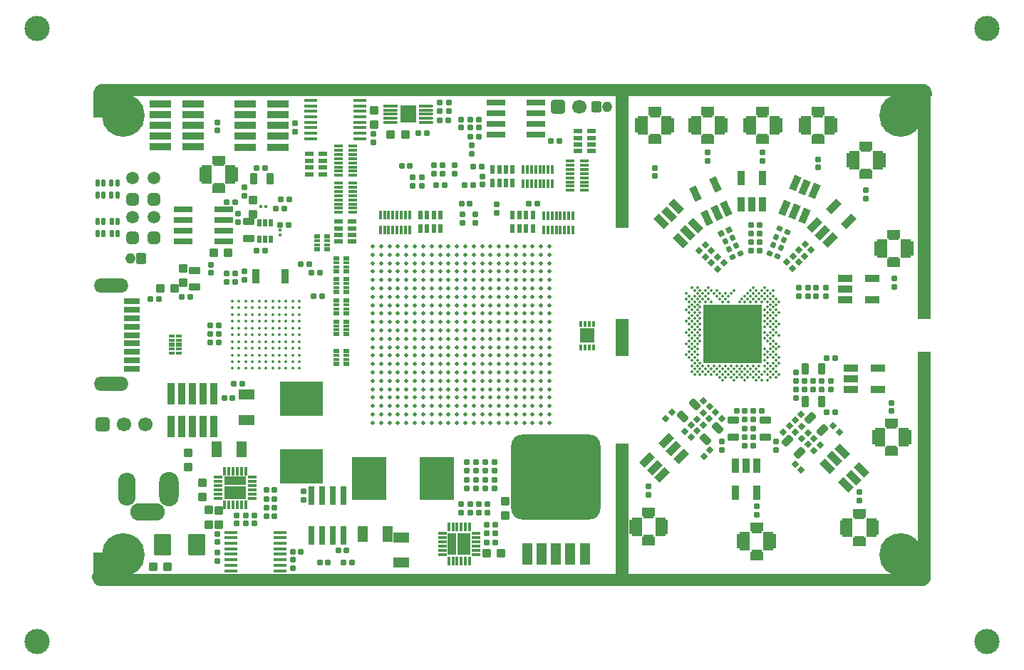
<source format=gts>
G04 Layer_Color=8388736*
%FSLAX44Y44*%
%MOMM*%
G71*
G01*
G75*
%ADD81C,0.3500*%
%ADD108R,7.0000X7.0000*%
%ADD123C,0.5000*%
%ADD171R,1.8500X2.1500*%
G04:AMPARAMS|DCode=172|XSize=0.8mm|YSize=0.5mm|CornerRadius=0.1mm|HoleSize=0mm|Usage=FLASHONLY|Rotation=270.000|XOffset=0mm|YOffset=0mm|HoleType=Round|Shape=RoundedRectangle|*
%AMROUNDEDRECTD172*
21,1,0.8000,0.3000,0,0,270.0*
21,1,0.6000,0.5000,0,0,270.0*
1,1,0.2000,-0.1500,-0.3000*
1,1,0.2000,-0.1500,0.3000*
1,1,0.2000,0.1500,0.3000*
1,1,0.2000,0.1500,-0.3000*
%
%ADD172ROUNDEDRECTD172*%
%ADD173R,1.6500X1.1000*%
%ADD174R,1.3000X1.7000*%
%ADD175R,1.3000X1.3000*%
%ADD176R,1.3000X2.2500*%
G04:AMPARAMS|DCode=177|XSize=0.7mm|YSize=0.7mm|CornerRadius=0.11mm|HoleSize=0mm|Usage=FLASHONLY|Rotation=0.000|XOffset=0mm|YOffset=0mm|HoleType=Round|Shape=RoundedRectangle|*
%AMROUNDEDRECTD177*
21,1,0.7000,0.4800,0,0,0.0*
21,1,0.4800,0.7000,0,0,0.0*
1,1,0.2200,0.2400,-0.2400*
1,1,0.2200,-0.2400,-0.2400*
1,1,0.2200,-0.2400,0.2400*
1,1,0.2200,0.2400,0.2400*
%
%ADD177ROUNDEDRECTD177*%
G04:AMPARAMS|DCode=178|XSize=1.1mm|YSize=1mm|CornerRadius=0.1625mm|HoleSize=0mm|Usage=FLASHONLY|Rotation=0.000|XOffset=0mm|YOffset=0mm|HoleType=Round|Shape=RoundedRectangle|*
%AMROUNDEDRECTD178*
21,1,1.1000,0.6750,0,0,0.0*
21,1,0.7750,1.0000,0,0,0.0*
1,1,0.3250,0.3875,-0.3375*
1,1,0.3250,-0.3875,-0.3375*
1,1,0.3250,-0.3875,0.3375*
1,1,0.3250,0.3875,0.3375*
%
%ADD178ROUNDEDRECTD178*%
G04:AMPARAMS|DCode=179|XSize=1.1mm|YSize=1mm|CornerRadius=0.1625mm|HoleSize=0mm|Usage=FLASHONLY|Rotation=270.000|XOffset=0mm|YOffset=0mm|HoleType=Round|Shape=RoundedRectangle|*
%AMROUNDEDRECTD179*
21,1,1.1000,0.6750,0,0,270.0*
21,1,0.7750,1.0000,0,0,270.0*
1,1,0.3250,-0.3375,-0.3875*
1,1,0.3250,-0.3375,0.3875*
1,1,0.3250,0.3375,0.3875*
1,1,0.3250,0.3375,-0.3875*
%
%ADD179ROUNDEDRECTD179*%
%ADD180R,0.5000X0.9500*%
G04:AMPARAMS|DCode=181|XSize=0.7mm|YSize=0.7mm|CornerRadius=0.11mm|HoleSize=0mm|Usage=FLASHONLY|Rotation=90.000|XOffset=0mm|YOffset=0mm|HoleType=Round|Shape=RoundedRectangle|*
%AMROUNDEDRECTD181*
21,1,0.7000,0.4800,0,0,90.0*
21,1,0.4800,0.7000,0,0,90.0*
1,1,0.2200,0.2400,0.2400*
1,1,0.2200,0.2400,-0.2400*
1,1,0.2200,-0.2400,-0.2400*
1,1,0.2200,-0.2400,0.2400*
%
%ADD181ROUNDEDRECTD181*%
%ADD182R,2.3000X0.6500*%
%ADD183R,1.6000X0.4500*%
%ADD184R,0.6500X2.3000*%
%ADD185R,1.4000X2.7000*%
G04:AMPARAMS|DCode=186|XSize=0.6mm|YSize=0.7mm|CornerRadius=0.1mm|HoleSize=0mm|Usage=FLASHONLY|Rotation=270.000|XOffset=0mm|YOffset=0mm|HoleType=Round|Shape=RoundedRectangle|*
%AMROUNDEDRECTD186*
21,1,0.6000,0.5000,0,0,270.0*
21,1,0.4000,0.7000,0,0,270.0*
1,1,0.2000,-0.2500,-0.2000*
1,1,0.2000,-0.2500,0.2000*
1,1,0.2000,0.2500,0.2000*
1,1,0.2000,0.2500,-0.2000*
%
%ADD186ROUNDEDRECTD186*%
G04:AMPARAMS|DCode=187|XSize=0.6mm|YSize=0.7mm|CornerRadius=0.1mm|HoleSize=0mm|Usage=FLASHONLY|Rotation=0.000|XOffset=0mm|YOffset=0mm|HoleType=Round|Shape=RoundedRectangle|*
%AMROUNDEDRECTD187*
21,1,0.6000,0.5000,0,0,0.0*
21,1,0.4000,0.7000,0,0,0.0*
1,1,0.2000,0.2000,-0.2500*
1,1,0.2000,-0.2000,-0.2500*
1,1,0.2000,-0.2000,0.2500*
1,1,0.2000,0.2000,0.2500*
%
%ADD187ROUNDEDRECTD187*%
%ADD188R,2.5000X0.8500*%
%ADD189R,0.8500X2.5000*%
G04:AMPARAMS|DCode=190|XSize=2.6mm|YSize=2.1mm|CornerRadius=0.3mm|HoleSize=0mm|Usage=FLASHONLY|Rotation=90.000|XOffset=0mm|YOffset=0mm|HoleType=Round|Shape=RoundedRectangle|*
%AMROUNDEDRECTD190*
21,1,2.6000,1.5000,0,0,90.0*
21,1,2.0000,2.1000,0,0,90.0*
1,1,0.6000,0.7500,1.0000*
1,1,0.6000,0.7500,-1.0000*
1,1,0.6000,-0.7500,-1.0000*
1,1,0.6000,-0.7500,1.0000*
%
%ADD190ROUNDEDRECTD190*%
%ADD191R,0.4500X0.4000*%
%ADD192R,0.4000X0.4500*%
%ADD193R,0.3500X0.7250*%
%ADD194R,1.7000X1.7000*%
G04:AMPARAMS|DCode=195|XSize=2.6mm|YSize=1.2mm|CornerRadius=0.1875mm|HoleSize=0mm|Usage=FLASHONLY|Rotation=270.000|XOffset=0mm|YOffset=0mm|HoleType=Round|Shape=RoundedRectangle|*
%AMROUNDEDRECTD195*
21,1,2.6000,0.8250,0,0,270.0*
21,1,2.2250,1.2000,0,0,270.0*
1,1,0.3750,-0.4125,-1.1125*
1,1,0.3750,-0.4125,1.1125*
1,1,0.3750,0.4125,1.1125*
1,1,0.3750,0.4125,-1.1125*
%
%ADD195ROUNDEDRECTD195*%
G04:AMPARAMS|DCode=196|XSize=10.1mm|YSize=10.6mm|CornerRadius=1.3mm|HoleSize=0mm|Usage=FLASHONLY|Rotation=270.000|XOffset=0mm|YOffset=0mm|HoleType=Round|Shape=RoundedRectangle|*
%AMROUNDEDRECTD196*
21,1,10.1000,8.0000,0,0,270.0*
21,1,7.5000,10.6000,0,0,270.0*
1,1,2.6000,-4.0000,-3.7500*
1,1,2.6000,-4.0000,3.7500*
1,1,2.6000,4.0000,3.7500*
1,1,2.6000,4.0000,-3.7500*
%
%ADD196ROUNDEDRECTD196*%
G04:AMPARAMS|DCode=197|XSize=1.4mm|YSize=0.9mm|CornerRadius=0.15mm|HoleSize=0mm|Usage=FLASHONLY|Rotation=180.000|XOffset=0mm|YOffset=0mm|HoleType=Round|Shape=RoundedRectangle|*
%AMROUNDEDRECTD197*
21,1,1.4000,0.6000,0,0,180.0*
21,1,1.1000,0.9000,0,0,180.0*
1,1,0.3000,-0.5500,0.3000*
1,1,0.3000,0.5500,0.3000*
1,1,0.3000,0.5500,-0.3000*
1,1,0.3000,-0.5500,-0.3000*
%
%ADD197ROUNDEDRECTD197*%
%ADD198R,5.1000X4.1000*%
%ADD199R,2.6500X1.0000*%
%ADD200R,2.6500X1.5000*%
%ADD201R,0.3500X1.1000*%
%ADD202R,1.1000X0.3500*%
G04:AMPARAMS|DCode=203|XSize=1.9mm|YSize=1.25mm|CornerRadius=0.1938mm|HoleSize=0mm|Usage=FLASHONLY|Rotation=0.000|XOffset=0mm|YOffset=0mm|HoleType=Round|Shape=RoundedRectangle|*
%AMROUNDEDRECTD203*
21,1,1.9000,0.8625,0,0,0.0*
21,1,1.5125,1.2500,0,0,0.0*
1,1,0.3875,0.7562,-0.4313*
1,1,0.3875,-0.7562,-0.4313*
1,1,0.3875,-0.7562,0.4313*
1,1,0.3875,0.7562,0.4313*
%
%ADD203ROUNDEDRECTD203*%
G04:AMPARAMS|DCode=204|XSize=1.9mm|YSize=1.25mm|CornerRadius=0.1938mm|HoleSize=0mm|Usage=FLASHONLY|Rotation=90.000|XOffset=0mm|YOffset=0mm|HoleType=Round|Shape=RoundedRectangle|*
%AMROUNDEDRECTD204*
21,1,1.9000,0.8625,0,0,90.0*
21,1,1.5125,1.2500,0,0,90.0*
1,1,0.3875,0.4313,0.7562*
1,1,0.3875,0.4313,-0.7562*
1,1,0.3875,-0.4313,-0.7562*
1,1,0.3875,-0.4313,0.7562*
%
%ADD204ROUNDEDRECTD204*%
G04:AMPARAMS|DCode=205|XSize=1.4mm|YSize=0.9mm|CornerRadius=0.15mm|HoleSize=0mm|Usage=FLASHONLY|Rotation=90.000|XOffset=0mm|YOffset=0mm|HoleType=Round|Shape=RoundedRectangle|*
%AMROUNDEDRECTD205*
21,1,1.4000,0.6000,0,0,90.0*
21,1,1.1000,0.9000,0,0,90.0*
1,1,0.3000,0.3000,0.5500*
1,1,0.3000,0.3000,-0.5500*
1,1,0.3000,-0.3000,-0.5500*
1,1,0.3000,-0.3000,0.5500*
%
%ADD205ROUNDEDRECTD205*%
G04:AMPARAMS|DCode=206|XSize=1.4mm|YSize=0.9mm|CornerRadius=0.15mm|HoleSize=0mm|Usage=FLASHONLY|Rotation=45.000|XOffset=0mm|YOffset=0mm|HoleType=Round|Shape=RoundedRectangle|*
%AMROUNDEDRECTD206*
21,1,1.4000,0.6000,0,0,45.0*
21,1,1.1000,0.9000,0,0,45.0*
1,1,0.3000,0.6010,0.1768*
1,1,0.3000,-0.1768,-0.6010*
1,1,0.3000,-0.6010,-0.1768*
1,1,0.3000,0.1768,0.6010*
%
%ADD206ROUNDEDRECTD206*%
G04:AMPARAMS|DCode=207|XSize=1.4mm|YSize=0.9mm|CornerRadius=0.15mm|HoleSize=0mm|Usage=FLASHONLY|Rotation=315.000|XOffset=0mm|YOffset=0mm|HoleType=Round|Shape=RoundedRectangle|*
%AMROUNDEDRECTD207*
21,1,1.4000,0.6000,0,0,315.0*
21,1,1.1000,0.9000,0,0,315.0*
1,1,0.3000,0.1768,-0.6010*
1,1,0.3000,-0.6010,0.1768*
1,1,0.3000,-0.1768,0.6010*
1,1,0.3000,0.6010,-0.1768*
%
%ADD207ROUNDEDRECTD207*%
G04:AMPARAMS|DCode=208|XSize=0.6mm|YSize=0.7mm|CornerRadius=0.1mm|HoleSize=0mm|Usage=FLASHONLY|Rotation=67.500|XOffset=0mm|YOffset=0mm|HoleType=Round|Shape=RoundedRectangle|*
%AMROUNDEDRECTD208*
21,1,0.6000,0.5000,0,0,67.5*
21,1,0.4000,0.7000,0,0,67.5*
1,1,0.2000,0.3075,0.0891*
1,1,0.2000,0.1544,-0.2804*
1,1,0.2000,-0.3075,-0.0891*
1,1,0.2000,-0.1544,0.2804*
%
%ADD208ROUNDEDRECTD208*%
%ADD209R,1.0500X0.5000*%
%ADD210R,0.5000X1.0500*%
%ADD211R,1.0500X0.4500*%
%ADD212R,0.4500X1.0500*%
%ADD213R,1.0000X2.6500*%
%ADD214R,1.5000X2.6500*%
%ADD215R,4.1000X5.1000*%
%ADD216R,0.7000X0.5500*%
%ADD217R,0.7000X0.4000*%
%ADD218R,0.9000X1.8000*%
G04:AMPARAMS|DCode=219|XSize=0.6mm|YSize=0.7mm|CornerRadius=0.1mm|HoleSize=0mm|Usage=FLASHONLY|Rotation=135.000|XOffset=0mm|YOffset=0mm|HoleType=Round|Shape=RoundedRectangle|*
%AMROUNDEDRECTD219*
21,1,0.6000,0.5000,0,0,135.0*
21,1,0.4000,0.7000,0,0,135.0*
1,1,0.2000,0.0354,0.3182*
1,1,0.2000,0.3182,0.0354*
1,1,0.2000,-0.0354,-0.3182*
1,1,0.2000,-0.3182,-0.0354*
%
%ADD219ROUNDEDRECTD219*%
G04:AMPARAMS|DCode=220|XSize=0.6mm|YSize=0.7mm|CornerRadius=0.1mm|HoleSize=0mm|Usage=FLASHONLY|Rotation=337.500|XOffset=0mm|YOffset=0mm|HoleType=Round|Shape=RoundedRectangle|*
%AMROUNDEDRECTD220*
21,1,0.6000,0.5000,0,0,337.5*
21,1,0.4000,0.7000,0,0,337.5*
1,1,0.2000,0.0891,-0.3075*
1,1,0.2000,-0.2804,-0.1544*
1,1,0.2000,-0.0891,0.3075*
1,1,0.2000,0.2804,0.1544*
%
%ADD220ROUNDEDRECTD220*%
G04:AMPARAMS|DCode=221|XSize=0.86mm|YSize=1.75mm|CornerRadius=0mm|HoleSize=0mm|Usage=FLASHONLY|Rotation=315.000|XOffset=0mm|YOffset=0mm|HoleType=Round|Shape=Rectangle|*
%AMROTATEDRECTD221*
4,1,4,-0.9228,-0.3147,0.3147,0.9228,0.9228,0.3147,-0.3147,-0.9228,-0.9228,-0.3147,0.0*
%
%ADD221ROTATEDRECTD221*%

G04:AMPARAMS|DCode=222|XSize=0.7mm|YSize=0.7mm|CornerRadius=0.11mm|HoleSize=0mm|Usage=FLASHONLY|Rotation=225.000|XOffset=0mm|YOffset=0mm|HoleType=Round|Shape=RoundedRectangle|*
%AMROUNDEDRECTD222*
21,1,0.7000,0.4800,0,0,225.0*
21,1,0.4800,0.7000,0,0,225.0*
1,1,0.2200,-0.3394,0.0000*
1,1,0.2200,0.0000,0.3394*
1,1,0.2200,0.3394,0.0000*
1,1,0.2200,0.0000,-0.3394*
%
%ADD222ROUNDEDRECTD222*%
G04:AMPARAMS|DCode=223|XSize=0.6mm|YSize=0.7mm|CornerRadius=0.1mm|HoleSize=0mm|Usage=FLASHONLY|Rotation=225.000|XOffset=0mm|YOffset=0mm|HoleType=Round|Shape=RoundedRectangle|*
%AMROUNDEDRECTD223*
21,1,0.6000,0.5000,0,0,225.0*
21,1,0.4000,0.7000,0,0,225.0*
1,1,0.2000,-0.3182,0.0354*
1,1,0.2000,-0.0354,0.3182*
1,1,0.2000,0.3182,-0.0354*
1,1,0.2000,0.0354,-0.3182*
%
%ADD223ROUNDEDRECTD223*%
G04:AMPARAMS|DCode=224|XSize=0.6mm|YSize=0.7mm|CornerRadius=0.1mm|HoleSize=0mm|Usage=FLASHONLY|Rotation=25.000|XOffset=0mm|YOffset=0mm|HoleType=Round|Shape=RoundedRectangle|*
%AMROUNDEDRECTD224*
21,1,0.6000,0.5000,0,0,25.0*
21,1,0.4000,0.7000,0,0,25.0*
1,1,0.2000,0.2869,-0.1421*
1,1,0.2000,-0.0756,-0.3111*
1,1,0.2000,-0.2869,0.1421*
1,1,0.2000,0.0756,0.3111*
%
%ADD224ROUNDEDRECTD224*%
G04:AMPARAMS|DCode=225|XSize=0.6mm|YSize=0.7mm|CornerRadius=0.1mm|HoleSize=0mm|Usage=FLASHONLY|Rotation=115.000|XOffset=0mm|YOffset=0mm|HoleType=Round|Shape=RoundedRectangle|*
%AMROUNDEDRECTD225*
21,1,0.6000,0.5000,0,0,115.0*
21,1,0.4000,0.7000,0,0,115.0*
1,1,0.2000,0.1421,0.2869*
1,1,0.2000,0.3111,-0.0756*
1,1,0.2000,-0.1421,-0.2869*
1,1,0.2000,-0.3111,0.0756*
%
%ADD225ROUNDEDRECTD225*%
G04:AMPARAMS|DCode=226|XSize=0.7mm|YSize=0.7mm|CornerRadius=0.11mm|HoleSize=0mm|Usage=FLASHONLY|Rotation=315.000|XOffset=0mm|YOffset=0mm|HoleType=Round|Shape=RoundedRectangle|*
%AMROUNDEDRECTD226*
21,1,0.7000,0.4800,0,0,315.0*
21,1,0.4800,0.7000,0,0,315.0*
1,1,0.2200,0.0000,-0.3394*
1,1,0.2200,-0.3394,0.0000*
1,1,0.2200,0.0000,0.3394*
1,1,0.2200,0.3394,0.0000*
%
%ADD226ROUNDEDRECTD226*%
G04:AMPARAMS|DCode=227|XSize=0.7mm|YSize=0.7mm|CornerRadius=0.11mm|HoleSize=0mm|Usage=FLASHONLY|Rotation=115.000|XOffset=0mm|YOffset=0mm|HoleType=Round|Shape=RoundedRectangle|*
%AMROUNDEDRECTD227*
21,1,0.7000,0.4800,0,0,115.0*
21,1,0.4800,0.7000,0,0,115.0*
1,1,0.2200,0.1161,0.3189*
1,1,0.2200,0.3189,-0.1161*
1,1,0.2200,-0.1161,-0.3189*
1,1,0.2200,-0.3189,0.1161*
%
%ADD227ROUNDEDRECTD227*%
G04:AMPARAMS|DCode=228|XSize=0.86mm|YSize=1.75mm|CornerRadius=0mm|HoleSize=0mm|Usage=FLASHONLY|Rotation=45.000|XOffset=0mm|YOffset=0mm|HoleType=Round|Shape=Rectangle|*
%AMROTATEDRECTD228*
4,1,4,0.3147,-0.9228,-0.9228,0.3147,-0.3147,0.9228,0.9228,-0.3147,0.3147,-0.9228,0.0*
%
%ADD228ROTATEDRECTD228*%

%ADD229R,0.8600X1.7500*%
G04:AMPARAMS|DCode=230|XSize=0.86mm|YSize=1.75mm|CornerRadius=0mm|HoleSize=0mm|Usage=FLASHONLY|Rotation=157.500|XOffset=0mm|YOffset=0mm|HoleType=Round|Shape=Rectangle|*
%AMROTATEDRECTD230*
4,1,4,0.7321,0.6438,0.0624,-0.9729,-0.7321,-0.6438,-0.0624,0.9729,0.7321,0.6438,0.0*
%
%ADD230ROTATEDRECTD230*%

G04:AMPARAMS|DCode=231|XSize=0.86mm|YSize=1.75mm|CornerRadius=0mm|HoleSize=0mm|Usage=FLASHONLY|Rotation=25.000|XOffset=0mm|YOffset=0mm|HoleType=Round|Shape=Rectangle|*
%AMROTATEDRECTD231*
4,1,4,-0.0199,-0.9748,-0.7595,0.6113,0.0199,0.9748,0.7595,-0.6113,-0.0199,-0.9748,0.0*
%
%ADD231ROTATEDRECTD231*%

%ADD232R,1.7500X0.8600*%
%ADD233R,0.7750X0.5000*%
%ADD234R,0.7750X0.3000*%
G04:AMPARAMS|DCode=235|XSize=1.7mm|YSize=2mm|CornerRadius=0.25mm|HoleSize=0mm|Usage=FLASHONLY|Rotation=180.000|XOffset=0mm|YOffset=0mm|HoleType=Round|Shape=RoundedRectangle|*
%AMROUNDEDRECTD235*
21,1,1.7000,1.5000,0,0,180.0*
21,1,1.2000,2.0000,0,0,180.0*
1,1,0.5000,-0.6000,0.7500*
1,1,0.5000,0.6000,0.7500*
1,1,0.5000,0.6000,-0.7500*
1,1,0.5000,-0.6000,-0.7500*
%
%ADD235ROUNDEDRECTD235*%
%ADD236O,1.7000X0.4000*%
G04:AMPARAMS|DCode=237|XSize=1.7mm|YSize=0.4mm|CornerRadius=0.0875mm|HoleSize=0mm|Usage=FLASHONLY|Rotation=0.000|XOffset=0mm|YOffset=0mm|HoleType=Round|Shape=RoundedRectangle|*
%AMROUNDEDRECTD237*
21,1,1.7000,0.2250,0,0,0.0*
21,1,1.5250,0.4000,0,0,0.0*
1,1,0.1750,0.7625,-0.1125*
1,1,0.1750,-0.7625,-0.1125*
1,1,0.1750,-0.7625,0.1125*
1,1,0.1750,0.7625,0.1125*
%
%ADD237ROUNDEDRECTD237*%
%ADD238C,0.4800*%
%ADD239R,1.6500X15.9750*%
%ADD240R,1.6500X26.7000*%
%ADD241R,1.6500X15.7000*%
%ADD242R,1.6500X4.4000*%
%ADD243C,3.0000*%
%ADD244R,1.9000X0.8000*%
G04:AMPARAMS|DCode=245|XSize=1.624mm|YSize=1.624mm|CornerRadius=0.2405mm|HoleSize=0mm|Usage=FLASHONLY|Rotation=90.000|XOffset=0mm|YOffset=0mm|HoleType=Round|Shape=RoundedRectangle|*
%AMROUNDEDRECTD245*
21,1,1.6240,1.1430,0,0,90.0*
21,1,1.1430,1.6240,0,0,90.0*
1,1,0.4810,0.5715,0.5715*
1,1,0.4810,0.5715,-0.5715*
1,1,0.4810,-0.5715,-0.5715*
1,1,0.4810,-0.5715,0.5715*
%
%ADD245ROUNDEDRECTD245*%
%ADD246C,1.7000*%
%ADD247C,5.1000*%
%ADD248C,0.7604*%
G04:AMPARAMS|DCode=249|XSize=1.5mm|YSize=1.5mm|CornerRadius=0.4mm|HoleSize=0mm|Usage=FLASHONLY|Rotation=90.000|XOffset=0mm|YOffset=0mm|HoleType=Round|Shape=RoundedRectangle|*
%AMROUNDEDRECTD249*
21,1,1.5000,0.7000,0,0,90.0*
21,1,0.7000,1.5000,0,0,90.0*
1,1,0.8000,0.3500,0.3500*
1,1,0.8000,0.3500,-0.3500*
1,1,0.8000,-0.3500,-0.3500*
1,1,0.8000,-0.3500,0.3500*
%
%ADD249ROUNDEDRECTD249*%
%ADD250C,1.5000*%
%ADD251O,2.1000X3.9000*%
%ADD252O,2.3000X4.1000*%
%ADD253O,4.1000X2.1000*%
G04:AMPARAMS|DCode=254|XSize=1.3mm|YSize=1.2mm|CornerRadius=0.1875mm|HoleSize=0mm|Usage=FLASHONLY|Rotation=270.000|XOffset=0mm|YOffset=0mm|HoleType=Round|Shape=RoundedRectangle|*
%AMROUNDEDRECTD254*
21,1,1.3000,0.8250,0,0,270.0*
21,1,0.9250,1.2000,0,0,270.0*
1,1,0.3750,-0.4125,-0.4625*
1,1,0.3750,-0.4125,0.4625*
1,1,0.3750,0.4125,0.4625*
1,1,0.3750,0.4125,-0.4625*
%
%ADD254ROUNDEDRECTD254*%
%ADD255O,1.2000X1.3000*%
%ADD256O,4.1000X1.7000*%
G36*
X16000Y598752D02*
X988000Y598752D01*
X988673D01*
X988706Y598750D01*
X988739D01*
X988772Y598746D01*
X988804Y598744D01*
X988836Y598737D01*
X988869Y598733D01*
X990849Y598339D01*
X990881Y598330D01*
X990913Y598324D01*
X990944Y598314D01*
X990976Y598305D01*
X991006Y598293D01*
X991037Y598282D01*
X992903Y597509D01*
X992932Y597495D01*
X992962Y597482D01*
X992991Y597466D01*
X993020Y597451D01*
X993047Y597433D01*
X993076Y597417D01*
X994755Y596295D01*
X994781Y596275D01*
X994808Y596257D01*
X994833Y596235D01*
X994859Y596215D01*
X994882Y596192D01*
X994906Y596170D01*
X996334Y594743D01*
X996356Y594718D01*
X996379Y594695D01*
X996399Y594669D01*
X996421Y594644D01*
X996439Y594617D01*
X996459Y594591D01*
X997581Y592912D01*
X997597Y592883D01*
X997615Y592856D01*
X997630Y592827D01*
X997646Y592798D01*
X997659Y592768D01*
X997673Y592739D01*
X998446Y590873D01*
X998456Y590842D01*
X998469Y590812D01*
X998477Y590780D01*
X998488Y590749D01*
X998494Y590717D01*
X998503Y590685D01*
X998897Y588705D01*
X998901Y588672D01*
X998907Y588640D01*
X998910Y588608D01*
X998914Y588575D01*
Y588542D01*
X998916Y588509D01*
Y587500D01*
Y584750D01*
X998907Y584619D01*
X998882Y584491D01*
X998840Y584366D01*
X998782Y584249D01*
X998709Y584140D01*
X998623Y584041D01*
X998524Y583955D01*
X998415Y583882D01*
X998297Y583824D01*
X998173Y583782D01*
X998045Y583756D01*
X997914Y583748D01*
X990002D01*
Y559500D01*
X989994Y559369D01*
X989968Y559241D01*
X989926Y559117D01*
X989868Y558999D01*
X989795Y558890D01*
X989709Y558791D01*
X989610Y558705D01*
X989501Y558632D01*
X989383Y558574D01*
X989259Y558532D01*
X989131Y558507D01*
X989000Y558498D01*
X988869Y558507D01*
X988741Y558532D01*
X988616Y558574D01*
X988499Y558632D01*
X988390Y558705D01*
X988291Y558791D01*
X963335Y583748D01*
X36665Y583748D01*
X11709Y558791D01*
X11610Y558705D01*
X11501Y558632D01*
X11384Y558574D01*
X11259Y558532D01*
X11131Y558507D01*
X11000Y558498D01*
X10869Y558507D01*
X10741Y558532D01*
X10617Y558574D01*
X10499Y558632D01*
X10390Y558705D01*
X10291Y558791D01*
X10205Y558890D01*
X10132Y558999D01*
X10074Y559117D01*
X10032Y559241D01*
X10007Y559369D01*
X9998Y559500D01*
Y583748D01*
X3750D01*
X3619Y583756D01*
X3491Y583782D01*
X3366Y583824D01*
X3249Y583882D01*
X3140Y583955D01*
X3041Y584041D01*
X2955Y584140D01*
X2882Y584249D01*
X2824Y584366D01*
X2782Y584491D01*
X2756Y584619D01*
X2748Y584750D01*
Y587500D01*
Y588510D01*
X2750Y588542D01*
Y588575D01*
X2754Y588608D01*
X2756Y588640D01*
X2763Y588672D01*
X2767Y588705D01*
X3161Y590685D01*
X3169Y590717D01*
X3176Y590749D01*
X3186Y590780D01*
X3195Y590812D01*
X3207Y590842D01*
X3218Y590873D01*
X3991Y592739D01*
X4005Y592768D01*
X4018Y592799D01*
X4034Y592827D01*
X4049Y592856D01*
X4067Y592884D01*
X4083Y592912D01*
X5205Y594591D01*
X5225Y594617D01*
X5243Y594644D01*
X5265Y594669D01*
X5285Y594695D01*
X5308Y594718D01*
X5330Y594743D01*
X6757Y596170D01*
X6782Y596192D01*
X6805Y596215D01*
X6831Y596235D01*
X6856Y596257D01*
X6883Y596275D01*
X6909Y596295D01*
X8588Y597417D01*
X8616Y597433D01*
X8644Y597451D01*
X8673Y597466D01*
X8702Y597482D01*
X8732Y597495D01*
X8761Y597509D01*
X10627Y598282D01*
X10658Y598293D01*
X10688Y598305D01*
X10720Y598314D01*
X10751Y598324D01*
X10783Y598330D01*
X10815Y598339D01*
X11907Y598556D01*
X11999Y598618D01*
X12117Y598676D01*
X12241Y598718D01*
X12369Y598744D01*
X12500Y598752D01*
X12990D01*
D01*
X16000D01*
D01*
D02*
G37*
G36*
X989131Y41494D02*
X989259Y41468D01*
X989383Y41426D01*
X989501Y41368D01*
X989610Y41295D01*
X989709Y41209D01*
X989795Y41110D01*
X989868Y41001D01*
X989926Y40883D01*
X989968Y40759D01*
X989994Y40631D01*
X990002Y40500D01*
Y16252D01*
X996664D01*
X996795Y16244D01*
X996923Y16218D01*
X997048Y16176D01*
X997165Y16118D01*
X997274Y16045D01*
X997373Y15959D01*
X997459Y15860D01*
X997532Y15751D01*
X997590Y15633D01*
X997632Y15509D01*
X997657Y15381D01*
X997666Y15250D01*
Y12500D01*
Y11490D01*
X997664Y11458D01*
Y11425D01*
X997660Y11392D01*
X997657Y11360D01*
X997651Y11328D01*
X997647Y11295D01*
X997253Y9315D01*
X997244Y9283D01*
X997238Y9251D01*
X997228Y9220D01*
X997219Y9188D01*
X997206Y9158D01*
X997196Y9127D01*
X996423Y7261D01*
X996409Y7232D01*
X996396Y7202D01*
X996380Y7173D01*
X996365Y7144D01*
X996347Y7116D01*
X996331Y7088D01*
X995209Y5409D01*
X995189Y5383D01*
X995171Y5356D01*
X995149Y5331D01*
X995129Y5305D01*
X995106Y5282D01*
X995084Y5257D01*
X993657Y3830D01*
X993632Y3808D01*
X993609Y3785D01*
X993583Y3765D01*
X993558Y3743D01*
X993531Y3725D01*
X993505Y3705D01*
X991826Y2583D01*
X991797Y2567D01*
X991770Y2549D01*
X991741Y2534D01*
X991712Y2518D01*
X991682Y2505D01*
X991653Y2491D01*
X989787Y1718D01*
X989756Y1708D01*
X989726Y1695D01*
X989694Y1686D01*
X989663Y1676D01*
X989631Y1670D01*
X989599Y1661D01*
X988624Y1467D01*
X988610Y1455D01*
X988501Y1382D01*
X988383Y1324D01*
X988259Y1282D01*
X988131Y1257D01*
X988000Y1248D01*
X14500Y1248D01*
D01*
X11490D01*
X11458Y1250D01*
X11425D01*
X11392Y1254D01*
X11360Y1256D01*
X11328Y1263D01*
X11295Y1267D01*
X9315Y1661D01*
X9283Y1669D01*
X9251Y1676D01*
X9220Y1686D01*
X9188Y1695D01*
X9158Y1707D01*
X9127Y1718D01*
X7261Y2491D01*
X7232Y2505D01*
X7201Y2518D01*
X7173Y2534D01*
X7144Y2549D01*
X7117Y2567D01*
X7088Y2583D01*
X5409Y3705D01*
X5383Y3725D01*
X5356Y3743D01*
X5331Y3765D01*
X5305Y3785D01*
X5282Y3808D01*
X5257Y3830D01*
X3830Y5257D01*
X3808Y5282D01*
X3785Y5305D01*
X3765Y5331D01*
X3743Y5356D01*
X3725Y5383D01*
X3705Y5409D01*
X2583Y7088D01*
X2567Y7116D01*
X2549Y7144D01*
X2534Y7173D01*
X2518Y7201D01*
X2505Y7232D01*
X2491Y7261D01*
X1718Y9127D01*
X1708Y9158D01*
X1695Y9188D01*
X1686Y9220D01*
X1676Y9251D01*
X1670Y9283D01*
X1661Y9315D01*
X1267Y11295D01*
X1263Y11328D01*
X1256Y11360D01*
X1254Y11392D01*
X1250Y11425D01*
Y11458D01*
X1248Y11490D01*
Y12500D01*
Y15250D01*
X1256Y15381D01*
X1282Y15509D01*
X1324Y15633D01*
X1382Y15751D01*
X1455Y15860D01*
X1541Y15959D01*
X1640Y16045D01*
X1749Y16118D01*
X1866Y16176D01*
X1991Y16218D01*
X2119Y16243D01*
X2250Y16252D01*
X9998D01*
Y40500D01*
X10007Y40631D01*
X10032Y40759D01*
X10074Y40883D01*
X10132Y41001D01*
X10205Y41110D01*
X10291Y41209D01*
X10390Y41295D01*
X10499Y41368D01*
X10617Y41426D01*
X10741Y41468D01*
X10869Y41494D01*
X11000Y41502D01*
X11131Y41494D01*
X11259Y41468D01*
X11384Y41426D01*
X11501Y41368D01*
X11610Y41295D01*
X11709Y41209D01*
X36665Y16252D01*
X963335Y16252D01*
X988291Y41209D01*
X988390Y41295D01*
X988499Y41368D01*
X988616Y41426D01*
X988741Y41468D01*
X988869Y41494D01*
X989000Y41502D01*
X989131Y41494D01*
D02*
G37*
D81*
X750110Y246483D02*
D03*
X763430D02*
D03*
X776750D02*
D03*
X790070D02*
D03*
X796730D02*
D03*
X786740Y249813D02*
D03*
X780080D02*
D03*
X773420D02*
D03*
X766760D02*
D03*
X760100D02*
D03*
X753440D02*
D03*
X746780D02*
D03*
X793400D02*
D03*
X803390Y246483D02*
D03*
X796730Y253143D02*
D03*
X736790D02*
D03*
X743450D02*
D03*
X750110D02*
D03*
X756770D02*
D03*
X763430D02*
D03*
X770090D02*
D03*
X776750D02*
D03*
X783410D02*
D03*
X790070D02*
D03*
X740120Y256473D02*
D03*
X746780D02*
D03*
X753440D02*
D03*
X760100D02*
D03*
X766760D02*
D03*
X773420D02*
D03*
X780080D02*
D03*
X786740D02*
D03*
X793400D02*
D03*
X783410Y259803D02*
D03*
X790070D02*
D03*
X776750D02*
D03*
X770090D02*
D03*
X763430D02*
D03*
X756770D02*
D03*
X750110D02*
D03*
X743450D02*
D03*
X736790D02*
D03*
X813380Y263133D02*
D03*
X806720D02*
D03*
X800060D02*
D03*
X793400D02*
D03*
X786740D02*
D03*
X780080D02*
D03*
X773420D02*
D03*
X766760D02*
D03*
X760100D02*
D03*
X753440D02*
D03*
X746780D02*
D03*
X740120D02*
D03*
X733460D02*
D03*
X713480Y256473D02*
D03*
X716810Y253143D02*
D03*
X713480Y263133D02*
D03*
X716810Y259803D02*
D03*
X720140Y256473D02*
D03*
X723470Y253143D02*
D03*
X730130Y259803D02*
D03*
X733460Y256473D02*
D03*
X726800D02*
D03*
X730130Y253143D02*
D03*
X723470Y259803D02*
D03*
X720140Y263133D02*
D03*
X716810Y266463D02*
D03*
X710150Y273123D02*
D03*
X713480Y269793D02*
D03*
X706820Y276453D02*
D03*
X726800Y263133D02*
D03*
X723470Y266463D02*
D03*
X720140Y269793D02*
D03*
X713480Y276453D02*
D03*
X716810Y273123D02*
D03*
X710150Y279783D02*
D03*
X720140Y276453D02*
D03*
X716810Y279783D02*
D03*
X710150Y286443D02*
D03*
X713480Y283113D02*
D03*
X706820Y289773D02*
D03*
X720140Y283113D02*
D03*
X716810Y286443D02*
D03*
X710150Y293103D02*
D03*
X713480Y289773D02*
D03*
X720140Y289773D02*
D03*
X716810Y293103D02*
D03*
X710150Y299763D02*
D03*
X713480Y296433D02*
D03*
X706820Y303093D02*
D03*
X723470Y293103D02*
D03*
X720140Y296433D02*
D03*
X716810Y299763D02*
D03*
X710150Y306423D02*
D03*
X713480Y303093D02*
D03*
X723470Y299763D02*
D03*
X720140Y303093D02*
D03*
X716810Y306423D02*
D03*
X710150Y313083D02*
D03*
X713480Y309753D02*
D03*
X706820Y316413D02*
D03*
X723470Y306423D02*
D03*
X720140Y309753D02*
D03*
X716810Y313083D02*
D03*
X710150Y319743D02*
D03*
X713480Y316413D02*
D03*
X723470Y313083D02*
D03*
X720140Y316413D02*
D03*
X716810Y319743D02*
D03*
X710150Y326403D02*
D03*
X713480Y323073D02*
D03*
X706820Y329733D02*
D03*
X723470Y319743D02*
D03*
X720140Y323073D02*
D03*
X716810Y326403D02*
D03*
X710150Y333063D02*
D03*
X713480Y329733D02*
D03*
X723470Y326403D02*
D03*
X720140Y329733D02*
D03*
X716810Y333063D02*
D03*
X710150Y339723D02*
D03*
X713480Y336393D02*
D03*
X706820Y343053D02*
D03*
X723470Y333063D02*
D03*
X720140Y336393D02*
D03*
X716810Y339723D02*
D03*
X710150Y346383D02*
D03*
X713480Y343053D02*
D03*
X706820Y349713D02*
D03*
X723470Y339723D02*
D03*
X720140Y343053D02*
D03*
X716810Y346383D02*
D03*
X730130Y339723D02*
D03*
X726800Y343053D02*
D03*
X723470Y346383D02*
D03*
X716810Y353044D02*
D03*
X720140Y349714D02*
D03*
X713480Y356373D02*
D03*
X720140D02*
D03*
X726800Y349714D02*
D03*
X723470Y353044D02*
D03*
X730130Y346383D02*
D03*
X733460Y343053D02*
D03*
X736790Y339723D02*
D03*
X733460Y349714D02*
D03*
X730130Y353044D02*
D03*
X733460Y356373D02*
D03*
X736790Y353044D02*
D03*
X753440Y349714D02*
D03*
X740120D02*
D03*
X743450Y353044D02*
D03*
Y346384D02*
D03*
X746780Y349714D02*
D03*
X750110Y346384D02*
D03*
X746780Y343053D02*
D03*
X763430Y353044D02*
D03*
X760100Y349714D02*
D03*
X756770Y346384D02*
D03*
X753440Y343053D02*
D03*
X750110Y339723D02*
D03*
X756770D02*
D03*
X810050Y353044D02*
D03*
X803390Y253143D02*
D03*
X800060Y256473D02*
D03*
X806720Y249813D02*
D03*
X813380D02*
D03*
X803390Y259803D02*
D03*
X810050Y253143D02*
D03*
X806720Y256473D02*
D03*
X813380D02*
D03*
X816710Y253143D02*
D03*
X803390Y266463D02*
D03*
X800060Y269793D02*
D03*
X810050Y259803D02*
D03*
X803390Y273123D02*
D03*
X800060Y276453D02*
D03*
X810050Y266463D02*
D03*
X813380Y269793D02*
D03*
X816710Y266463D02*
D03*
X803390Y279783D02*
D03*
X800060Y283113D02*
D03*
X810050Y273123D02*
D03*
X806720Y276453D02*
D03*
X813380D02*
D03*
X816710Y273123D02*
D03*
X810050Y279783D02*
D03*
X806720Y283113D02*
D03*
X813380D02*
D03*
X803390Y293103D02*
D03*
X800060Y296433D02*
D03*
X810050Y286443D02*
D03*
X806720Y289773D02*
D03*
X813380D02*
D03*
X816710Y286443D02*
D03*
X803390Y299763D02*
D03*
X800060Y303093D02*
D03*
X810050Y293103D02*
D03*
X806720Y296433D02*
D03*
Y303093D02*
D03*
X810050Y299763D02*
D03*
X800060Y309753D02*
D03*
X806720D02*
D03*
X810050Y306423D02*
D03*
X800060Y316413D02*
D03*
X803390Y313083D02*
D03*
X816710Y299763D02*
D03*
X813380Y303093D02*
D03*
X803390Y319743D02*
D03*
X806720Y316413D02*
D03*
X800060Y323073D02*
D03*
X813380Y309753D02*
D03*
X810050Y313083D02*
D03*
X813380Y316413D02*
D03*
X816710Y313083D02*
D03*
X770090Y339723D02*
D03*
X773420Y343053D02*
D03*
X776750Y339723D02*
D03*
X783410D02*
D03*
X776750Y346384D02*
D03*
X780080Y343053D02*
D03*
X783410Y346384D02*
D03*
X780080Y349714D02*
D03*
X790070Y339723D02*
D03*
X786740Y343053D02*
D03*
X803390Y326403D02*
D03*
X800060Y329733D02*
D03*
X810050Y319743D02*
D03*
X806720Y323073D02*
D03*
X813380Y329733D02*
D03*
X816710Y326403D02*
D03*
X810050D02*
D03*
X813380Y323073D02*
D03*
X790070Y353044D02*
D03*
X786740Y356373D02*
D03*
Y349714D02*
D03*
X783410Y353044D02*
D03*
X803390Y333063D02*
D03*
X806720Y329733D02*
D03*
X796730Y339723D02*
D03*
X790070Y346384D02*
D03*
X793400Y343053D02*
D03*
X810050Y333063D02*
D03*
X806720Y336393D02*
D03*
X800060Y343053D02*
D03*
X803390Y339723D02*
D03*
X793400Y349714D02*
D03*
X796730Y346384D02*
D03*
X800060Y349714D02*
D03*
X796730Y353044D02*
D03*
X806720Y343053D02*
D03*
X803390Y346384D02*
D03*
X810050Y339723D02*
D03*
X813380Y336393D02*
D03*
X816710Y339723D02*
D03*
X813380Y343053D02*
D03*
X810050Y346384D02*
D03*
X806720Y349714D02*
D03*
X803390Y353044D02*
D03*
X800060Y356373D02*
D03*
X167500Y260250D02*
D03*
Y268250D02*
D03*
Y276250D02*
D03*
Y284250D02*
D03*
Y292250D02*
D03*
Y300250D02*
D03*
Y308250D02*
D03*
Y316250D02*
D03*
Y324250D02*
D03*
Y332250D02*
D03*
Y340250D02*
D03*
X175500Y260250D02*
D03*
Y268250D02*
D03*
Y276250D02*
D03*
Y284250D02*
D03*
Y292250D02*
D03*
Y300250D02*
D03*
Y308250D02*
D03*
Y316250D02*
D03*
Y324250D02*
D03*
Y332250D02*
D03*
Y340250D02*
D03*
X183500Y260250D02*
D03*
Y268250D02*
D03*
Y276250D02*
D03*
Y284250D02*
D03*
Y292250D02*
D03*
Y300250D02*
D03*
Y308250D02*
D03*
Y316250D02*
D03*
Y324250D02*
D03*
Y332250D02*
D03*
Y340250D02*
D03*
X191500Y260250D02*
D03*
Y268250D02*
D03*
Y276250D02*
D03*
Y284250D02*
D03*
Y292250D02*
D03*
Y300250D02*
D03*
Y308250D02*
D03*
Y316250D02*
D03*
Y324250D02*
D03*
Y332250D02*
D03*
Y340250D02*
D03*
X199500Y260250D02*
D03*
Y268250D02*
D03*
Y276250D02*
D03*
Y284250D02*
D03*
Y292250D02*
D03*
Y300250D02*
D03*
Y308250D02*
D03*
Y316250D02*
D03*
Y324250D02*
D03*
Y332250D02*
D03*
Y340250D02*
D03*
X207500Y260250D02*
D03*
Y268250D02*
D03*
Y276250D02*
D03*
Y284250D02*
D03*
Y292250D02*
D03*
Y300250D02*
D03*
Y308250D02*
D03*
Y316250D02*
D03*
Y324250D02*
D03*
Y332250D02*
D03*
Y340250D02*
D03*
X215500Y260250D02*
D03*
Y268250D02*
D03*
Y276250D02*
D03*
Y284250D02*
D03*
Y292250D02*
D03*
Y300250D02*
D03*
Y308250D02*
D03*
Y316250D02*
D03*
Y324250D02*
D03*
Y332250D02*
D03*
Y340250D02*
D03*
X223500Y260250D02*
D03*
Y268250D02*
D03*
Y276250D02*
D03*
Y284250D02*
D03*
Y292250D02*
D03*
Y300250D02*
D03*
Y308250D02*
D03*
Y316250D02*
D03*
Y324250D02*
D03*
Y332250D02*
D03*
Y340250D02*
D03*
X231500Y260250D02*
D03*
Y268250D02*
D03*
Y276250D02*
D03*
Y284250D02*
D03*
Y292250D02*
D03*
Y300250D02*
D03*
Y308250D02*
D03*
Y316250D02*
D03*
Y324250D02*
D03*
Y332250D02*
D03*
Y340250D02*
D03*
X239500Y260250D02*
D03*
Y268250D02*
D03*
Y276250D02*
D03*
Y284250D02*
D03*
Y292250D02*
D03*
Y300250D02*
D03*
Y308250D02*
D03*
Y316250D02*
D03*
Y324250D02*
D03*
Y332250D02*
D03*
Y340250D02*
D03*
X247500Y260250D02*
D03*
Y268250D02*
D03*
Y276250D02*
D03*
Y284250D02*
D03*
Y292250D02*
D03*
Y300250D02*
D03*
Y308250D02*
D03*
Y316250D02*
D03*
Y324250D02*
D03*
Y332250D02*
D03*
Y340250D02*
D03*
D108*
X761660Y301383D02*
D03*
D123*
X7250Y12250D02*
D03*
X14000Y5500D02*
D03*
X27500D02*
D03*
X34250Y10750D02*
D03*
X41000Y5500D02*
D03*
X47750Y12250D02*
D03*
X54500Y5500D02*
D03*
X61250Y12250D02*
D03*
X101750D02*
D03*
X95000Y5500D02*
D03*
X88250Y12250D02*
D03*
X81500Y5500D02*
D03*
X74750Y12250D02*
D03*
X68000Y5500D02*
D03*
X142250Y12250D02*
D03*
X135500Y5500D02*
D03*
X128750Y12250D02*
D03*
X122000Y5500D02*
D03*
X115250Y12250D02*
D03*
X108500Y5500D02*
D03*
X182750Y12250D02*
D03*
X176000Y5500D02*
D03*
X169250Y12250D02*
D03*
X162500Y5500D02*
D03*
X155750Y12250D02*
D03*
X149000Y5500D02*
D03*
X223250Y12250D02*
D03*
X209750D02*
D03*
X196250D02*
D03*
X263750D02*
D03*
X257000Y5500D02*
D03*
X250250Y12250D02*
D03*
X243500Y5500D02*
D03*
X236750Y12250D02*
D03*
X230000Y5500D02*
D03*
X304250Y12250D02*
D03*
X297500Y5500D02*
D03*
X290750Y12250D02*
D03*
X284000Y5500D02*
D03*
X277250Y12250D02*
D03*
X270500Y5500D02*
D03*
X344750Y12250D02*
D03*
X338000Y5500D02*
D03*
X331250Y12250D02*
D03*
X324500Y5500D02*
D03*
X317750Y12250D02*
D03*
X311000Y5500D02*
D03*
X385250Y12250D02*
D03*
X378500Y5500D02*
D03*
X371750Y12250D02*
D03*
X365000Y5500D02*
D03*
X358250Y12250D02*
D03*
X351500Y5500D02*
D03*
X425750Y12250D02*
D03*
X419000Y5500D02*
D03*
X412250Y12250D02*
D03*
X405500Y5500D02*
D03*
X398750Y12250D02*
D03*
X392000Y5500D02*
D03*
X466250Y12250D02*
D03*
X459500Y5500D02*
D03*
X452750Y12250D02*
D03*
X446000Y5500D02*
D03*
X439250Y12250D02*
D03*
X432500Y5500D02*
D03*
X506750Y12250D02*
D03*
X500000Y5500D02*
D03*
X493250Y12250D02*
D03*
X486500Y5500D02*
D03*
X479750Y12250D02*
D03*
X473000Y5500D02*
D03*
X547250Y12250D02*
D03*
X540500Y5500D02*
D03*
X533750Y12250D02*
D03*
X527000Y5500D02*
D03*
X520250Y12250D02*
D03*
X513500Y5500D02*
D03*
X587750Y12250D02*
D03*
X581000Y5500D02*
D03*
X574250Y12250D02*
D03*
X567500Y5500D02*
D03*
X560750Y12250D02*
D03*
X554000Y5500D02*
D03*
X628250Y12250D02*
D03*
X621500Y5500D02*
D03*
X614750Y12250D02*
D03*
X608000Y5500D02*
D03*
X601250Y12250D02*
D03*
X594500Y5500D02*
D03*
X668750Y12250D02*
D03*
X662000Y5500D02*
D03*
X655250Y12250D02*
D03*
X648500Y5500D02*
D03*
X641750Y12250D02*
D03*
X635000Y5500D02*
D03*
X709250Y12250D02*
D03*
X702500Y5500D02*
D03*
X695750Y12250D02*
D03*
X689000Y5500D02*
D03*
X682250Y12250D02*
D03*
X675500Y5500D02*
D03*
X749750Y12250D02*
D03*
X743000Y5500D02*
D03*
X736250Y12250D02*
D03*
X729500Y5500D02*
D03*
X722750Y12250D02*
D03*
X716000Y5500D02*
D03*
X790250Y12250D02*
D03*
X776750D02*
D03*
X770000Y5500D02*
D03*
X763250Y12250D02*
D03*
X756500Y5500D02*
D03*
X830750Y12250D02*
D03*
X824000Y5500D02*
D03*
X817250Y12250D02*
D03*
X803750D02*
D03*
X871250D02*
D03*
X864500Y5500D02*
D03*
X857750Y12250D02*
D03*
X851000Y5500D02*
D03*
X844250Y12250D02*
D03*
X837500Y5500D02*
D03*
X911750Y12250D02*
D03*
X905000Y5500D02*
D03*
X898250Y12250D02*
D03*
X891500Y5500D02*
D03*
X884750Y12250D02*
D03*
X878000Y5500D02*
D03*
X952250Y12250D02*
D03*
X945500Y5500D02*
D03*
X938750Y12250D02*
D03*
X932000Y5500D02*
D03*
X925250Y12250D02*
D03*
X918500Y5500D02*
D03*
X992750Y12250D02*
D03*
X986000Y5500D02*
D03*
X979250Y12250D02*
D03*
X972500Y5500D02*
D03*
X965750Y11000D02*
D03*
X959000Y5500D02*
D03*
X20750Y12250D02*
D03*
Y587750D02*
D03*
X959000Y594500D02*
D03*
X965750Y588750D02*
D03*
X972500Y594500D02*
D03*
X979250Y587750D02*
D03*
X986000Y594500D02*
D03*
X992750Y587750D02*
D03*
X918500Y594500D02*
D03*
X925250Y587750D02*
D03*
X932000Y594500D02*
D03*
X938750Y587750D02*
D03*
X945500Y594500D02*
D03*
X952250Y587750D02*
D03*
X878000Y594500D02*
D03*
X884750Y587750D02*
D03*
X891500Y594500D02*
D03*
X898250Y587750D02*
D03*
X905000Y594500D02*
D03*
X911750Y587750D02*
D03*
X837500Y594500D02*
D03*
X844250Y587750D02*
D03*
X851000Y594500D02*
D03*
X857750Y587750D02*
D03*
X864500Y594500D02*
D03*
X871250Y587750D02*
D03*
X803750D02*
D03*
X817250D02*
D03*
X824000Y594500D02*
D03*
X830750Y587750D02*
D03*
X756500Y594500D02*
D03*
X763250Y587750D02*
D03*
X770000Y594500D02*
D03*
X776750Y587750D02*
D03*
X790250D02*
D03*
X716000Y594500D02*
D03*
X722750Y587750D02*
D03*
X729500Y594500D02*
D03*
X736250Y587750D02*
D03*
X743000Y594500D02*
D03*
X749750Y587750D02*
D03*
X675500Y594500D02*
D03*
X682250Y587750D02*
D03*
X689000Y594500D02*
D03*
X695750Y587750D02*
D03*
X702500Y594500D02*
D03*
X709250Y587750D02*
D03*
X635000Y594500D02*
D03*
X641750Y587750D02*
D03*
X648500Y594500D02*
D03*
X655250Y587750D02*
D03*
X662000Y594500D02*
D03*
X668750Y587750D02*
D03*
X594500Y594500D02*
D03*
X601250Y587750D02*
D03*
X608000Y594500D02*
D03*
X614750Y587750D02*
D03*
X621500Y594500D02*
D03*
X628250Y587750D02*
D03*
X554000Y594500D02*
D03*
X560750Y587750D02*
D03*
X567500Y594500D02*
D03*
X574250Y587750D02*
D03*
X581000Y594500D02*
D03*
X587750Y587750D02*
D03*
X513500Y594500D02*
D03*
X520250Y587750D02*
D03*
X527000Y594500D02*
D03*
X533750Y587750D02*
D03*
X540500Y594500D02*
D03*
X547250Y587750D02*
D03*
X473000Y594500D02*
D03*
X479750Y587750D02*
D03*
X486500Y594500D02*
D03*
X493250Y587750D02*
D03*
X500000Y594500D02*
D03*
X506750Y587750D02*
D03*
X432500Y594500D02*
D03*
X439250Y587750D02*
D03*
X446000Y594500D02*
D03*
X452750Y587750D02*
D03*
X459500Y594500D02*
D03*
X466250Y587750D02*
D03*
X392000Y594500D02*
D03*
X398750Y587750D02*
D03*
X405500Y594500D02*
D03*
X412250Y587750D02*
D03*
X419000Y594500D02*
D03*
X425750Y587750D02*
D03*
X351500Y594500D02*
D03*
X358250Y587750D02*
D03*
X365000Y594500D02*
D03*
X371750Y587750D02*
D03*
X378500Y594500D02*
D03*
X385250Y587750D02*
D03*
X311000Y594500D02*
D03*
X317750Y587750D02*
D03*
X324500Y594500D02*
D03*
X331250Y587750D02*
D03*
X338000Y594500D02*
D03*
X344750Y587750D02*
D03*
X270500Y594500D02*
D03*
X284000D02*
D03*
X290750Y587750D02*
D03*
X297500Y594500D02*
D03*
X304250Y587750D02*
D03*
X230000Y594500D02*
D03*
X236750Y587750D02*
D03*
X243500Y594500D02*
D03*
X250250Y587750D02*
D03*
X257000Y594500D02*
D03*
X263750Y587750D02*
D03*
X196250D02*
D03*
X209750D02*
D03*
X223250D02*
D03*
X149000Y594500D02*
D03*
X155750Y587750D02*
D03*
X162500Y594500D02*
D03*
X169250Y587750D02*
D03*
X176000Y594500D02*
D03*
X108500D02*
D03*
X115250Y587750D02*
D03*
X122000Y594500D02*
D03*
X128750Y587750D02*
D03*
X135500Y594500D02*
D03*
X142250Y587750D02*
D03*
X68000Y594500D02*
D03*
X74750Y587750D02*
D03*
X81500Y594500D02*
D03*
X88250Y587750D02*
D03*
X95000Y594500D02*
D03*
X101750Y587750D02*
D03*
X61250D02*
D03*
X54500Y594500D02*
D03*
X47750Y587750D02*
D03*
X41000Y594500D02*
D03*
X34250Y589000D02*
D03*
X27500Y594500D02*
D03*
X14000D02*
D03*
X7250Y587750D02*
D03*
X277250D02*
D03*
D171*
X376750Y562500D02*
D03*
D172*
X24250Y434750D02*
D03*
Y420750D02*
D03*
X31250Y420750D02*
D03*
Y434750D02*
D03*
X14500D02*
D03*
Y420750D02*
D03*
X7500Y420750D02*
D03*
Y434750D02*
D03*
X24000Y480500D02*
D03*
Y466500D02*
D03*
X31000Y466500D02*
D03*
Y480500D02*
D03*
X14500Y480500D02*
D03*
Y466500D02*
D03*
X7500Y466500D02*
D03*
Y480500D02*
D03*
D173*
X953750Y386000D02*
D03*
Y420000D02*
D03*
X951250Y195500D02*
D03*
Y161500D02*
D03*
X790400Y71500D02*
D03*
Y37500D02*
D03*
X912750Y88250D02*
D03*
Y54250D02*
D03*
X662250Y89250D02*
D03*
Y55250D02*
D03*
X732750Y532000D02*
D03*
Y566000D02*
D03*
X920750Y491000D02*
D03*
Y525000D02*
D03*
X669336Y532000D02*
D03*
Y566000D02*
D03*
X863500Y532000D02*
D03*
Y566000D02*
D03*
X798000Y532000D02*
D03*
Y566000D02*
D03*
X151500Y473750D02*
D03*
Y507750D02*
D03*
D174*
X970750Y403000D02*
D03*
X936750D02*
D03*
X934250Y178500D02*
D03*
X968250D02*
D03*
X773400Y54500D02*
D03*
X807400D02*
D03*
X895750Y71250D02*
D03*
X929750D02*
D03*
X645250Y72250D02*
D03*
X679250D02*
D03*
X749750Y549000D02*
D03*
X715750D02*
D03*
X937750Y508000D02*
D03*
X903750D02*
D03*
X686336Y549000D02*
D03*
X652336D02*
D03*
X880500Y549000D02*
D03*
X846500D02*
D03*
X815000D02*
D03*
X781000D02*
D03*
X168500Y490750D02*
D03*
X134500D02*
D03*
D175*
X953750Y419000D02*
D03*
Y387000D02*
D03*
X951250Y162500D02*
D03*
Y194500D02*
D03*
X790400Y38500D02*
D03*
Y70500D02*
D03*
X912750Y55250D02*
D03*
Y87250D02*
D03*
X662250Y56250D02*
D03*
Y88250D02*
D03*
X732750Y565000D02*
D03*
Y533000D02*
D03*
X920750Y524000D02*
D03*
Y492000D02*
D03*
X669336Y565000D02*
D03*
Y533000D02*
D03*
X863500Y565000D02*
D03*
Y533000D02*
D03*
X798000Y565000D02*
D03*
Y533000D02*
D03*
X151500Y506750D02*
D03*
Y474750D02*
D03*
D176*
X939750Y403000D02*
D03*
X967750D02*
D03*
X965250Y178500D02*
D03*
X937250D02*
D03*
X804400Y54500D02*
D03*
X776400D02*
D03*
X926750Y71250D02*
D03*
X898750D02*
D03*
X676250Y72250D02*
D03*
X648250D02*
D03*
X718750Y549000D02*
D03*
X746750D02*
D03*
X906750Y508000D02*
D03*
X934750D02*
D03*
X655336Y549000D02*
D03*
X683336D02*
D03*
X849500Y549000D02*
D03*
X877500D02*
D03*
X784000D02*
D03*
X812000D02*
D03*
X137500Y490750D02*
D03*
X165500D02*
D03*
D177*
X252750Y114000D02*
D03*
Y104000D02*
D03*
X142000Y383750D02*
D03*
Y373750D02*
D03*
X174500Y434250D02*
D03*
Y444250D02*
D03*
X335250Y529250D02*
D03*
Y539250D02*
D03*
X446000Y127750D02*
D03*
Y117750D02*
D03*
Y148750D02*
D03*
Y138750D02*
D03*
X457000Y127750D02*
D03*
Y117750D02*
D03*
Y148750D02*
D03*
Y138750D02*
D03*
X468000Y148750D02*
D03*
Y138750D02*
D03*
Y127750D02*
D03*
Y117750D02*
D03*
X479250Y148750D02*
D03*
Y138750D02*
D03*
Y127750D02*
D03*
Y117750D02*
D03*
X161000Y363250D02*
D03*
Y373250D02*
D03*
X194000Y85750D02*
D03*
Y75750D02*
D03*
X173000Y75750D02*
D03*
Y85750D02*
D03*
X450250Y98500D02*
D03*
X450250Y88500D02*
D03*
X181750Y375500D02*
D03*
Y365500D02*
D03*
X407000Y492000D02*
D03*
Y502000D02*
D03*
X432000Y492000D02*
D03*
Y502000D02*
D03*
X481500Y445000D02*
D03*
Y455000D02*
D03*
X239250Y32500D02*
D03*
Y22500D02*
D03*
X149500Y41000D02*
D03*
Y31000D02*
D03*
X149500Y63750D02*
D03*
Y53750D02*
D03*
X836954Y255227D02*
D03*
Y245227D02*
D03*
X836954Y225227D02*
D03*
Y235227D02*
D03*
X872540Y356537D02*
D03*
Y346537D02*
D03*
X461000Y546500D02*
D03*
Y556500D02*
D03*
X439750Y556500D02*
D03*
Y546500D02*
D03*
X414250Y566500D02*
D03*
Y576500D02*
D03*
D178*
X115000Y160250D02*
D03*
Y143250D02*
D03*
X492000Y102000D02*
D03*
Y85000D02*
D03*
X139500Y74750D02*
D03*
Y91750D02*
D03*
X131750Y124250D02*
D03*
Y107250D02*
D03*
X336250Y567500D02*
D03*
Y550500D02*
D03*
X151250Y91500D02*
D03*
Y74500D02*
D03*
X109250Y379500D02*
D03*
Y362500D02*
D03*
X192250Y443250D02*
D03*
Y460250D02*
D03*
D179*
X162750Y397750D02*
D03*
X145750D02*
D03*
X99000Y355750D02*
D03*
X82000Y355750D02*
D03*
X90750Y24000D02*
D03*
X73750D02*
D03*
X487000Y40250D02*
D03*
X470000D02*
D03*
X356000Y538250D02*
D03*
X373000D02*
D03*
D180*
X200000Y433250D02*
D03*
X206500D02*
D03*
X213000D02*
D03*
Y414250D02*
D03*
X206500D02*
D03*
X200000D02*
D03*
D181*
X160750Y458250D02*
D03*
X170750D02*
D03*
X80500Y342750D02*
D03*
X70500D02*
D03*
X158000Y225000D02*
D03*
X168000D02*
D03*
X179250Y241750D02*
D03*
X169250D02*
D03*
X414250Y555500D02*
D03*
X424250D02*
D03*
X293500Y44000D02*
D03*
X303500D02*
D03*
X310000Y29250D02*
D03*
X300000D02*
D03*
X208000Y105250D02*
D03*
X218000D02*
D03*
X141750Y311750D02*
D03*
X151750Y311750D02*
D03*
X520000Y456000D02*
D03*
X530000D02*
D03*
X378750Y500750D02*
D03*
X368750D02*
D03*
X469750Y53500D02*
D03*
X479750D02*
D03*
Y74500D02*
D03*
X469750D02*
D03*
X264500Y346250D02*
D03*
X274500D02*
D03*
X460250Y535500D02*
D03*
X450250Y535500D02*
D03*
X440000Y456000D02*
D03*
X450000D02*
D03*
X219500Y450500D02*
D03*
X229500D02*
D03*
X796805Y209839D02*
D03*
X786805D02*
D03*
X794260Y430924D02*
D03*
X784260D02*
D03*
X766805Y209839D02*
D03*
X776805D02*
D03*
D182*
X157250Y410950D02*
D03*
Y423650D02*
D03*
Y436350D02*
D03*
Y449050D02*
D03*
X109250Y410950D02*
D03*
Y423650D02*
D03*
Y436350D02*
D03*
Y449050D02*
D03*
X528750Y538450D02*
D03*
Y551150D02*
D03*
Y563850D02*
D03*
Y576550D02*
D03*
X480750Y538450D02*
D03*
Y551150D02*
D03*
Y563850D02*
D03*
Y576550D02*
D03*
D183*
X165750Y65250D02*
D03*
Y58750D02*
D03*
Y52250D02*
D03*
Y45750D02*
D03*
Y39250D02*
D03*
Y32750D02*
D03*
Y26250D02*
D03*
Y19750D02*
D03*
X224750Y65250D02*
D03*
Y58750D02*
D03*
Y52250D02*
D03*
Y45750D02*
D03*
Y39250D02*
D03*
Y32750D02*
D03*
Y26250D02*
D03*
Y19750D02*
D03*
X319500Y533500D02*
D03*
Y540000D02*
D03*
Y546500D02*
D03*
Y553000D02*
D03*
Y559500D02*
D03*
Y566000D02*
D03*
Y572500D02*
D03*
Y579000D02*
D03*
X260500Y533500D02*
D03*
Y540000D02*
D03*
Y546500D02*
D03*
Y553000D02*
D03*
Y559500D02*
D03*
Y566000D02*
D03*
Y572500D02*
D03*
Y579000D02*
D03*
D184*
X261950Y61250D02*
D03*
X274650D02*
D03*
X287350D02*
D03*
X300050D02*
D03*
X261950Y109250D02*
D03*
X274650D02*
D03*
X287350D02*
D03*
X300050D02*
D03*
D185*
X9250Y572500D02*
D03*
Y27500D02*
D03*
D186*
X867954Y235227D02*
D03*
X857954D02*
D03*
X857954Y245227D02*
D03*
X867954D02*
D03*
X249000Y384250D02*
D03*
X259000D02*
D03*
X271750Y374250D02*
D03*
X261750D02*
D03*
X388750Y539750D02*
D03*
X398750D02*
D03*
X281500Y29250D02*
D03*
X271500Y29250D02*
D03*
X117750Y345250D02*
D03*
X107750D02*
D03*
X208000Y84750D02*
D03*
X218000D02*
D03*
X208000Y94750D02*
D03*
X218000D02*
D03*
X208000Y115750D02*
D03*
X218000D02*
D03*
X141750Y301250D02*
D03*
X151750D02*
D03*
X151750Y291250D02*
D03*
X141750D02*
D03*
X556250Y531000D02*
D03*
X546250D02*
D03*
X469750Y64000D02*
D03*
X479750D02*
D03*
X196500Y400250D02*
D03*
X206500D02*
D03*
X464000Y500000D02*
D03*
X454000D02*
D03*
X419750Y478500D02*
D03*
X409750D02*
D03*
X444000Y478000D02*
D03*
X454000D02*
D03*
X224500Y430750D02*
D03*
X234500D02*
D03*
X239250Y42500D02*
D03*
X249250D02*
D03*
X883674Y272160D02*
D03*
X873674D02*
D03*
X794260Y399924D02*
D03*
X784260D02*
D03*
X786805Y199339D02*
D03*
X776805D02*
D03*
X861441Y356378D02*
D03*
X851441D02*
D03*
X861437Y346487D02*
D03*
X851437D02*
D03*
X786805Y168339D02*
D03*
X776805D02*
D03*
X883656Y208367D02*
D03*
X873656D02*
D03*
X235000Y461250D02*
D03*
X225000D02*
D03*
X196500Y498250D02*
D03*
X206500D02*
D03*
D187*
X878454Y245227D02*
D03*
Y235227D02*
D03*
X150000Y553000D02*
D03*
Y543000D02*
D03*
X183500Y85750D02*
D03*
Y75750D02*
D03*
X439750Y88500D02*
D03*
Y98500D02*
D03*
X460750Y88500D02*
D03*
Y98500D02*
D03*
X470750Y88500D02*
D03*
Y98500D02*
D03*
X912750Y103250D02*
D03*
Y113250D02*
D03*
X662250Y109750D02*
D03*
Y119750D02*
D03*
X790400Y86500D02*
D03*
Y96500D02*
D03*
X441250Y443750D02*
D03*
Y433750D02*
D03*
X456000Y443750D02*
D03*
Y433750D02*
D03*
X464500Y478750D02*
D03*
Y488750D02*
D03*
X417500Y502000D02*
D03*
Y492000D02*
D03*
X392500Y477750D02*
D03*
Y487750D02*
D03*
X381750Y477750D02*
D03*
Y487750D02*
D03*
X451750Y515250D02*
D03*
Y525250D02*
D03*
X181750Y475500D02*
D03*
Y465500D02*
D03*
X749656Y163117D02*
D03*
Y173117D02*
D03*
X863500Y509000D02*
D03*
X863500Y499000D02*
D03*
X776805Y178839D02*
D03*
Y188839D02*
D03*
X794260Y420424D02*
D03*
Y410424D02*
D03*
X784260Y420424D02*
D03*
Y410424D02*
D03*
X847346Y245223D02*
D03*
Y235223D02*
D03*
X786805Y188839D02*
D03*
Y178839D02*
D03*
X920757Y472550D02*
D03*
Y462550D02*
D03*
X669336Y498836D02*
D03*
Y488836D02*
D03*
X953803Y366934D02*
D03*
Y356934D02*
D03*
X813796Y163102D02*
D03*
Y173102D02*
D03*
X798000Y517000D02*
D03*
Y507000D02*
D03*
X732750Y517000D02*
D03*
X732750Y507000D02*
D03*
X242500Y542000D02*
D03*
Y552000D02*
D03*
X171250Y373250D02*
D03*
Y363250D02*
D03*
X450250Y546500D02*
D03*
Y556500D02*
D03*
X424750Y566500D02*
D03*
Y576500D02*
D03*
X840941Y356379D02*
D03*
Y346379D02*
D03*
X951250Y209500D02*
D03*
Y219500D02*
D03*
D188*
X82000Y574750D02*
D03*
X121000Y574750D02*
D03*
X82000Y562000D02*
D03*
X121000D02*
D03*
X82000Y549250D02*
D03*
X121000Y549250D02*
D03*
X82000Y536500D02*
D03*
X121000Y536500D02*
D03*
X82000Y523750D02*
D03*
X121000Y523750D02*
D03*
X221750Y523500D02*
D03*
X182750Y523500D02*
D03*
X221750Y536250D02*
D03*
X182750Y536250D02*
D03*
X221750Y549000D02*
D03*
X182750Y549000D02*
D03*
X221750Y561750D02*
D03*
X182750D02*
D03*
X221750Y574500D02*
D03*
X182750Y574500D02*
D03*
D189*
X94750Y191000D02*
D03*
X94750Y230000D02*
D03*
X107500Y191000D02*
D03*
Y230000D02*
D03*
X120250Y191000D02*
D03*
X120250Y230000D02*
D03*
X133000Y191000D02*
D03*
X133000Y230000D02*
D03*
X145750Y191000D02*
D03*
X145750Y230000D02*
D03*
D190*
X125500Y50750D02*
D03*
X84500D02*
D03*
D191*
X224250Y424550D02*
D03*
Y418950D02*
D03*
D192*
X207300Y452750D02*
D03*
X201700D02*
D03*
D193*
X596750Y285500D02*
D03*
X591750D02*
D03*
X586750D02*
D03*
X581750D02*
D03*
Y313500D02*
D03*
X586750D02*
D03*
X591750D02*
D03*
X596750D02*
D03*
D194*
X589250Y299500D02*
D03*
D195*
X569300Y39750D02*
D03*
X552250D02*
D03*
X535200D02*
D03*
X518150D02*
D03*
X586350D02*
D03*
D196*
X552250Y130750D02*
D03*
D197*
X123000Y357000D02*
D03*
Y377000D02*
D03*
X762600Y178736D02*
D03*
Y198736D02*
D03*
X801050Y178743D02*
D03*
Y198743D02*
D03*
X187000Y434750D02*
D03*
Y414750D02*
D03*
D198*
X250000Y143750D02*
D03*
Y224250D02*
D03*
D199*
X171000Y126750D02*
D03*
D200*
Y112250D02*
D03*
D201*
X183500Y98250D02*
D03*
X178500D02*
D03*
X173500D02*
D03*
X168500Y98250D02*
D03*
X163500Y98250D02*
D03*
X158500Y98250D02*
D03*
Y138250D02*
D03*
X163500D02*
D03*
X168500Y138250D02*
D03*
X173500Y138250D02*
D03*
X178500D02*
D03*
X183500D02*
D03*
X449750Y31500D02*
D03*
X444750D02*
D03*
X439750D02*
D03*
X434750Y31500D02*
D03*
X429750D02*
D03*
X424750Y31500D02*
D03*
Y71500D02*
D03*
X429750D02*
D03*
X434750D02*
D03*
X439750D02*
D03*
X444750D02*
D03*
X449750D02*
D03*
D202*
X151000Y105750D02*
D03*
Y110750D02*
D03*
Y115750D02*
D03*
X151000Y120750D02*
D03*
Y125750D02*
D03*
Y130750D02*
D03*
X191000Y130750D02*
D03*
X191000Y125750D02*
D03*
Y120750D02*
D03*
X191000Y115750D02*
D03*
Y110750D02*
D03*
Y105750D02*
D03*
X457250Y64000D02*
D03*
Y59000D02*
D03*
Y54000D02*
D03*
X457250Y49000D02*
D03*
Y44000D02*
D03*
X457250Y39000D02*
D03*
X417250Y39000D02*
D03*
Y44000D02*
D03*
Y49000D02*
D03*
Y54000D02*
D03*
Y59000D02*
D03*
Y64000D02*
D03*
D203*
X184250Y199000D02*
D03*
Y229000D02*
D03*
X368000Y59500D02*
D03*
X368000Y29500D02*
D03*
D204*
X179000Y164500D02*
D03*
X149000D02*
D03*
X352250Y63250D02*
D03*
X322250D02*
D03*
D205*
X868053Y221130D02*
D03*
X848053D02*
D03*
X868046Y259581D02*
D03*
X848046D02*
D03*
X212750Y486000D02*
D03*
X192750Y486000D02*
D03*
D206*
X868623Y186991D02*
D03*
X854481Y201133D02*
D03*
X841440Y159797D02*
D03*
X827298Y173939D02*
D03*
D207*
X729938Y175784D02*
D03*
X744080Y189926D02*
D03*
X702744Y202967D02*
D03*
X716886Y217109D02*
D03*
D208*
X805891Y397155D02*
D03*
X815129Y393329D02*
D03*
X817945Y426258D02*
D03*
X827184Y422431D02*
D03*
D209*
X594000Y518500D02*
D03*
Y526500D02*
D03*
Y534500D02*
D03*
X594000Y542500D02*
D03*
X578000Y518500D02*
D03*
Y526500D02*
D03*
Y534500D02*
D03*
X578000Y542500D02*
D03*
X275500Y491250D02*
D03*
Y499250D02*
D03*
Y507250D02*
D03*
X275500Y515250D02*
D03*
X259500Y491250D02*
D03*
Y499250D02*
D03*
Y507250D02*
D03*
X259500Y515250D02*
D03*
X294000Y435000D02*
D03*
Y427000D02*
D03*
Y419000D02*
D03*
X294000Y411000D02*
D03*
X310000Y435000D02*
D03*
Y427000D02*
D03*
Y419000D02*
D03*
X310000Y411000D02*
D03*
D210*
X500750Y426250D02*
D03*
X508750D02*
D03*
X516750D02*
D03*
X524750Y426250D02*
D03*
X500750Y442250D02*
D03*
X508750D02*
D03*
X516750D02*
D03*
X524750Y442250D02*
D03*
X476750Y480750D02*
D03*
X484750D02*
D03*
X492750D02*
D03*
X500750Y480750D02*
D03*
X476750Y496750D02*
D03*
X484750D02*
D03*
X492750D02*
D03*
X500750Y496750D02*
D03*
X391000Y426750D02*
D03*
X399000D02*
D03*
X407000D02*
D03*
X415000D02*
D03*
X391000Y442750D02*
D03*
X399000D02*
D03*
X407000D02*
D03*
X415000D02*
D03*
D211*
X586000Y472000D02*
D03*
Y477000D02*
D03*
Y482000D02*
D03*
Y487000D02*
D03*
Y492000D02*
D03*
Y497000D02*
D03*
Y502000D02*
D03*
Y507000D02*
D03*
X569000Y472000D02*
D03*
Y477000D02*
D03*
Y482000D02*
D03*
Y487000D02*
D03*
X569000Y492000D02*
D03*
X569000Y497000D02*
D03*
Y502000D02*
D03*
Y507000D02*
D03*
X294000Y524750D02*
D03*
Y519750D02*
D03*
Y514750D02*
D03*
Y509750D02*
D03*
Y504750D02*
D03*
Y499750D02*
D03*
Y494750D02*
D03*
Y489750D02*
D03*
X311000Y524750D02*
D03*
Y519750D02*
D03*
Y514750D02*
D03*
Y509750D02*
D03*
X311000Y504750D02*
D03*
X311000Y499750D02*
D03*
Y494750D02*
D03*
Y489750D02*
D03*
X294000Y480750D02*
D03*
Y475750D02*
D03*
Y470750D02*
D03*
Y465750D02*
D03*
Y460750D02*
D03*
Y455750D02*
D03*
Y450750D02*
D03*
Y445750D02*
D03*
X311000Y480750D02*
D03*
Y475750D02*
D03*
Y470750D02*
D03*
Y465750D02*
D03*
X311000Y460750D02*
D03*
X311000Y455750D02*
D03*
Y450750D02*
D03*
Y445750D02*
D03*
D212*
X537500Y424750D02*
D03*
X542500D02*
D03*
X547500D02*
D03*
X552500D02*
D03*
X557500D02*
D03*
X562500D02*
D03*
X567500D02*
D03*
X572500D02*
D03*
X537500Y441750D02*
D03*
X542500D02*
D03*
X547500D02*
D03*
X552500D02*
D03*
X557500Y441750D02*
D03*
X562500Y441750D02*
D03*
X567500D02*
D03*
X572500D02*
D03*
X513000Y480250D02*
D03*
X518000D02*
D03*
X523000D02*
D03*
X528000D02*
D03*
X533000D02*
D03*
X538000D02*
D03*
X543000D02*
D03*
X548000D02*
D03*
X513000Y497250D02*
D03*
X518000D02*
D03*
X523000D02*
D03*
X528000D02*
D03*
X533000Y497250D02*
D03*
X538000Y497250D02*
D03*
X543000D02*
D03*
X548000D02*
D03*
X343500Y425250D02*
D03*
X348500D02*
D03*
X353500D02*
D03*
X358500D02*
D03*
X363500D02*
D03*
X368500D02*
D03*
X373500D02*
D03*
X378500D02*
D03*
X343500Y442250D02*
D03*
X348500D02*
D03*
X353500D02*
D03*
X358500D02*
D03*
X363500Y442250D02*
D03*
X368500Y442250D02*
D03*
X373500D02*
D03*
X378500D02*
D03*
D213*
X428750Y51500D02*
D03*
D214*
X443250D02*
D03*
D215*
X411000Y129250D02*
D03*
X330500D02*
D03*
D216*
X291250Y366250D02*
D03*
Y351250D02*
D03*
X303250Y366250D02*
D03*
Y351250D02*
D03*
X268500Y417000D02*
D03*
Y402000D02*
D03*
X280500Y417000D02*
D03*
Y402000D02*
D03*
X291250Y391000D02*
D03*
Y376000D02*
D03*
X303250Y391000D02*
D03*
Y376000D02*
D03*
X291250Y341250D02*
D03*
Y326250D02*
D03*
X303250Y341250D02*
D03*
Y326250D02*
D03*
X303250Y266000D02*
D03*
Y281000D02*
D03*
X291250Y266000D02*
D03*
Y281000D02*
D03*
X303250Y301000D02*
D03*
Y316000D02*
D03*
X291250Y301000D02*
D03*
Y316000D02*
D03*
D217*
X291250Y361250D02*
D03*
Y356250D02*
D03*
X303250Y361250D02*
D03*
Y356250D02*
D03*
X268500Y412000D02*
D03*
X268500Y407000D02*
D03*
X280500Y412000D02*
D03*
Y407000D02*
D03*
X291250Y386000D02*
D03*
Y381000D02*
D03*
X303250Y386000D02*
D03*
Y381000D02*
D03*
X291250Y336250D02*
D03*
Y331250D02*
D03*
X303250Y336250D02*
D03*
Y331250D02*
D03*
X303250Y271000D02*
D03*
X303250Y276000D02*
D03*
X291250Y271000D02*
D03*
Y276000D02*
D03*
X303250Y306000D02*
D03*
X303250Y311000D02*
D03*
X291250Y306000D02*
D03*
Y311000D02*
D03*
D218*
X196000Y369750D02*
D03*
X230000D02*
D03*
D219*
X727870Y155831D02*
D03*
X734941Y162902D02*
D03*
X843991Y191373D02*
D03*
X836920Y184302D02*
D03*
X712862Y192996D02*
D03*
X719933Y200067D02*
D03*
X847851Y393764D02*
D03*
X840780Y386693D02*
D03*
Y400835D02*
D03*
X833709Y393764D02*
D03*
X744454Y378478D02*
D03*
X751525Y385549D02*
D03*
X719933Y185925D02*
D03*
X727004Y192996D02*
D03*
X682585Y200796D02*
D03*
X689656Y207867D02*
D03*
X722534Y400398D02*
D03*
X729605Y407469D02*
D03*
X858840Y162382D02*
D03*
X865912Y169453D02*
D03*
D220*
X823166Y412730D02*
D03*
X819339Y403491D02*
D03*
X813927Y416557D02*
D03*
X810100Y407318D02*
D03*
D221*
X700912Y156014D02*
D03*
X691931Y164994D02*
D03*
X682951Y173975D02*
D03*
X660465Y151489D02*
D03*
X669445Y142508D02*
D03*
X678426Y133528D02*
D03*
X877762Y412785D02*
D03*
X868782Y421765D02*
D03*
X859801Y430745D02*
D03*
X882287Y453231D02*
D03*
X900248Y435271D02*
D03*
D222*
X727711Y221987D02*
D03*
X734782Y214916D02*
D03*
X748924Y200774D02*
D03*
X741853Y207845D02*
D03*
X855276Y401188D02*
D03*
X848205Y408259D02*
D03*
D223*
X888727Y184796D02*
D03*
X881656Y191867D02*
D03*
X843477Y139546D02*
D03*
X836406Y146617D02*
D03*
X851416Y169806D02*
D03*
X844345Y176877D02*
D03*
X858487Y176877D02*
D03*
X851416Y183948D02*
D03*
X729959Y392973D02*
D03*
X737030Y385902D02*
D03*
X826280Y386447D02*
D03*
X833351Y379376D02*
D03*
X737030Y400044D02*
D03*
X744101Y392973D02*
D03*
X705437Y185571D02*
D03*
X712508Y178500D02*
D03*
X734428Y200420D02*
D03*
X727357Y207491D02*
D03*
D224*
X762390Y415741D02*
D03*
X766617Y406678D02*
D03*
X753327Y411515D02*
D03*
X757553Y402452D02*
D03*
D225*
X761987Y393044D02*
D03*
X771050Y397270D02*
D03*
D226*
X822420Y184764D02*
D03*
X829491Y191835D02*
D03*
X843633Y205977D02*
D03*
X836562Y198906D02*
D03*
D227*
X757953Y425257D02*
D03*
X748890Y421031D02*
D03*
D228*
X892398Y161856D02*
D03*
X883417Y152876D02*
D03*
X874437Y143896D02*
D03*
X896923Y121410D02*
D03*
X905903Y130390D02*
D03*
X914883Y139370D02*
D03*
X699798Y412244D02*
D03*
X708778Y421225D02*
D03*
X717759Y430205D02*
D03*
X695273Y452691D02*
D03*
X686292Y443711D02*
D03*
X677312Y434730D02*
D03*
D229*
X765105Y144239D02*
D03*
X777805D02*
D03*
X790505D02*
D03*
X790505Y112439D02*
D03*
X765105Y112439D02*
D03*
X797960Y455024D02*
D03*
X785260D02*
D03*
X772560D02*
D03*
Y486824D02*
D03*
X797960D02*
D03*
D230*
X824054Y451470D02*
D03*
X835787Y446610D02*
D03*
X847520Y441750D02*
D03*
X859690Y471129D02*
D03*
X847956Y475989D02*
D03*
X836223Y480849D02*
D03*
D231*
X754746Y450354D02*
D03*
X743236Y444986D02*
D03*
X731726Y439619D02*
D03*
X718287Y468440D02*
D03*
X741307Y479174D02*
D03*
D232*
X902554Y235527D02*
D03*
Y248227D02*
D03*
Y260927D02*
D03*
X934354D02*
D03*
Y235527D02*
D03*
X896041Y341679D02*
D03*
Y354379D02*
D03*
Y367079D02*
D03*
X927841D02*
D03*
Y341679D02*
D03*
D233*
X104370Y288750D02*
D03*
X95630D02*
D03*
D234*
X104370Y298750D02*
D03*
Y293750D02*
D03*
Y283750D02*
D03*
Y278750D02*
D03*
X95630Y278750D02*
D03*
Y283750D02*
D03*
Y298750D02*
D03*
Y293750D02*
D03*
D235*
X376750Y562500D02*
D03*
D236*
X397750Y552500D02*
D03*
Y557500D02*
D03*
Y562500D02*
D03*
Y567500D02*
D03*
Y572500D02*
D03*
X355750Y552500D02*
D03*
Y557500D02*
D03*
Y562500D02*
D03*
Y567500D02*
D03*
D237*
Y572500D02*
D03*
D238*
X544500Y195500D02*
D03*
X534500D02*
D03*
X524500D02*
D03*
X514500D02*
D03*
X504500D02*
D03*
X494500D02*
D03*
X484500D02*
D03*
X474500D02*
D03*
X464500D02*
D03*
X454500D02*
D03*
X444500D02*
D03*
X434500D02*
D03*
X424500D02*
D03*
X414500D02*
D03*
X404500D02*
D03*
X394500D02*
D03*
X384500D02*
D03*
X374500D02*
D03*
X364500D02*
D03*
X354500D02*
D03*
X344500D02*
D03*
X334500D02*
D03*
X544500Y205500D02*
D03*
X534500D02*
D03*
X524500D02*
D03*
X514500D02*
D03*
X504500D02*
D03*
X494500D02*
D03*
X484500D02*
D03*
X474500D02*
D03*
X464500D02*
D03*
X454500D02*
D03*
X444500D02*
D03*
X434500D02*
D03*
X424500D02*
D03*
X414500D02*
D03*
X404500D02*
D03*
X394500D02*
D03*
X384500D02*
D03*
X374500D02*
D03*
X364500D02*
D03*
X354500D02*
D03*
X344500D02*
D03*
X334500D02*
D03*
X544500Y215500D02*
D03*
X534500D02*
D03*
X524500D02*
D03*
X514500D02*
D03*
X504500D02*
D03*
X494500D02*
D03*
X484500D02*
D03*
X474500D02*
D03*
X464500D02*
D03*
X454500D02*
D03*
X444500D02*
D03*
X434500D02*
D03*
X424500D02*
D03*
X414500D02*
D03*
X404500D02*
D03*
X394500D02*
D03*
X384500D02*
D03*
X374500D02*
D03*
X364500D02*
D03*
X354500D02*
D03*
X344500D02*
D03*
X334500D02*
D03*
X544500Y225500D02*
D03*
X534500D02*
D03*
X524500D02*
D03*
X514500D02*
D03*
X504500D02*
D03*
X494500D02*
D03*
X484500D02*
D03*
X474500D02*
D03*
X464500D02*
D03*
X454500D02*
D03*
X444500D02*
D03*
X434500D02*
D03*
X424500D02*
D03*
X414500D02*
D03*
X404500D02*
D03*
X394500D02*
D03*
X384500D02*
D03*
X374500D02*
D03*
X364500D02*
D03*
X354500D02*
D03*
X344500D02*
D03*
X334500D02*
D03*
X544500Y235500D02*
D03*
X534500D02*
D03*
X524500D02*
D03*
X514500D02*
D03*
X504500D02*
D03*
X494500D02*
D03*
X484500D02*
D03*
X474500D02*
D03*
X464500D02*
D03*
X454500D02*
D03*
X444500D02*
D03*
X434500D02*
D03*
X424500D02*
D03*
X414500D02*
D03*
X404500D02*
D03*
X394500D02*
D03*
X384500D02*
D03*
X374500D02*
D03*
X364500D02*
D03*
X354500D02*
D03*
X344500D02*
D03*
X334500D02*
D03*
X544500Y245500D02*
D03*
X534500D02*
D03*
X524500D02*
D03*
X514500D02*
D03*
X504500D02*
D03*
X494500D02*
D03*
X484500D02*
D03*
X474500D02*
D03*
X464500D02*
D03*
X454500D02*
D03*
X444500D02*
D03*
X434500D02*
D03*
X424500D02*
D03*
X414500D02*
D03*
X404500D02*
D03*
X394500D02*
D03*
X384500D02*
D03*
X374500D02*
D03*
X364500D02*
D03*
X354500D02*
D03*
X344500D02*
D03*
X334500D02*
D03*
X544500Y255500D02*
D03*
X534500D02*
D03*
X524500D02*
D03*
X514500D02*
D03*
X504500D02*
D03*
X494500D02*
D03*
X484500D02*
D03*
X474500D02*
D03*
X464500D02*
D03*
X454500D02*
D03*
X444500D02*
D03*
X434500D02*
D03*
X424500D02*
D03*
X414500D02*
D03*
X404500D02*
D03*
X394500D02*
D03*
X384500D02*
D03*
X374500D02*
D03*
X364500D02*
D03*
X354500D02*
D03*
X344500D02*
D03*
X334500D02*
D03*
X544500Y265500D02*
D03*
X534500D02*
D03*
X524500D02*
D03*
X514500D02*
D03*
X504500D02*
D03*
X494500D02*
D03*
X484500D02*
D03*
X474500D02*
D03*
X464500D02*
D03*
X454500D02*
D03*
X444500D02*
D03*
X434500D02*
D03*
X424500D02*
D03*
X414500D02*
D03*
X404500D02*
D03*
X394500D02*
D03*
X384500D02*
D03*
X374500D02*
D03*
X364500D02*
D03*
X354500D02*
D03*
X344500D02*
D03*
X334500D02*
D03*
X544500Y275500D02*
D03*
X534500D02*
D03*
X524500D02*
D03*
X514500D02*
D03*
X504500D02*
D03*
X494500D02*
D03*
X484500D02*
D03*
X474500D02*
D03*
X464500D02*
D03*
X454500D02*
D03*
X444500D02*
D03*
X434500D02*
D03*
X424500D02*
D03*
X414500D02*
D03*
X404500D02*
D03*
X394500D02*
D03*
X384500D02*
D03*
X374500D02*
D03*
X364500D02*
D03*
X354500D02*
D03*
X344500D02*
D03*
X334500D02*
D03*
X544500Y285500D02*
D03*
X534500D02*
D03*
X524500D02*
D03*
X514500D02*
D03*
X504500D02*
D03*
X494500D02*
D03*
X484500D02*
D03*
X474500D02*
D03*
X464500D02*
D03*
X454500D02*
D03*
X444500D02*
D03*
X434500D02*
D03*
X424500D02*
D03*
X414500D02*
D03*
X404500D02*
D03*
X394500D02*
D03*
X384500D02*
D03*
X374500D02*
D03*
X364500D02*
D03*
X354500D02*
D03*
X344500D02*
D03*
X334500D02*
D03*
X544500Y295500D02*
D03*
X534500D02*
D03*
X524500D02*
D03*
X514500D02*
D03*
X504500D02*
D03*
X494500D02*
D03*
X484500D02*
D03*
X474500D02*
D03*
X464500D02*
D03*
X454500D02*
D03*
X444500D02*
D03*
X434500D02*
D03*
X424500D02*
D03*
X414500D02*
D03*
X404500D02*
D03*
X394500D02*
D03*
X384500D02*
D03*
X374500D02*
D03*
X364500D02*
D03*
X354500D02*
D03*
X344500D02*
D03*
X334500D02*
D03*
X544500Y305500D02*
D03*
X534500D02*
D03*
X524500D02*
D03*
X514500D02*
D03*
X504500D02*
D03*
X494500D02*
D03*
X484500D02*
D03*
X474500D02*
D03*
X464500D02*
D03*
X454500D02*
D03*
X444500D02*
D03*
X434500D02*
D03*
X424500D02*
D03*
X414500D02*
D03*
X404500D02*
D03*
X394500D02*
D03*
X384500D02*
D03*
X374500D02*
D03*
X364500D02*
D03*
X354500D02*
D03*
X344500D02*
D03*
X334500D02*
D03*
X544500Y315500D02*
D03*
X534500D02*
D03*
X524500D02*
D03*
X514500D02*
D03*
X504500D02*
D03*
X494500D02*
D03*
X484500D02*
D03*
X474500D02*
D03*
X464500D02*
D03*
X454500D02*
D03*
X444500D02*
D03*
X434500D02*
D03*
X424500D02*
D03*
X414500D02*
D03*
X404500D02*
D03*
X394500D02*
D03*
X384500D02*
D03*
X374500D02*
D03*
X364500D02*
D03*
X354500D02*
D03*
X344500D02*
D03*
X334500D02*
D03*
X544500Y325500D02*
D03*
X534500D02*
D03*
X524500D02*
D03*
X514500D02*
D03*
X504500D02*
D03*
X494500D02*
D03*
X484500D02*
D03*
X474500D02*
D03*
X464500D02*
D03*
X454500D02*
D03*
X444500D02*
D03*
X434500D02*
D03*
X424500D02*
D03*
X414500D02*
D03*
X404500D02*
D03*
X394500D02*
D03*
X384500D02*
D03*
X374500D02*
D03*
X364500D02*
D03*
X354500D02*
D03*
X344500D02*
D03*
X334500D02*
D03*
X544500Y335500D02*
D03*
X534500D02*
D03*
X524500D02*
D03*
X514500D02*
D03*
X504500D02*
D03*
X494500D02*
D03*
X484500D02*
D03*
X474500D02*
D03*
X464500D02*
D03*
X454500D02*
D03*
X444500D02*
D03*
X434500D02*
D03*
X424500D02*
D03*
X414500D02*
D03*
X404500D02*
D03*
X394500D02*
D03*
X384500D02*
D03*
X374500D02*
D03*
X364500D02*
D03*
X354500D02*
D03*
X344500D02*
D03*
X334500D02*
D03*
X544500Y345500D02*
D03*
X534500D02*
D03*
X524500D02*
D03*
X514500D02*
D03*
X504500D02*
D03*
X494500D02*
D03*
X484500D02*
D03*
X474500D02*
D03*
X464500D02*
D03*
X454500D02*
D03*
X444500D02*
D03*
X434500D02*
D03*
X424500D02*
D03*
X414500D02*
D03*
X404500D02*
D03*
X394500D02*
D03*
X384500D02*
D03*
X374500D02*
D03*
X364500D02*
D03*
X354500D02*
D03*
X344500D02*
D03*
X334500D02*
D03*
X544500Y355500D02*
D03*
X534500D02*
D03*
X524500D02*
D03*
X514500D02*
D03*
X504500D02*
D03*
X494500D02*
D03*
X484500D02*
D03*
X474500D02*
D03*
X464500D02*
D03*
X454500D02*
D03*
X444500D02*
D03*
X434500D02*
D03*
X424500D02*
D03*
X414500D02*
D03*
X404500D02*
D03*
X394500D02*
D03*
X384500D02*
D03*
X374500D02*
D03*
X364500D02*
D03*
X354500D02*
D03*
X344500D02*
D03*
X334500D02*
D03*
X544500Y365500D02*
D03*
X534500D02*
D03*
X524500D02*
D03*
X514500D02*
D03*
X504500D02*
D03*
X494500D02*
D03*
X484500D02*
D03*
X474500D02*
D03*
X464500D02*
D03*
X454500D02*
D03*
X444500D02*
D03*
X434500D02*
D03*
X424500D02*
D03*
X414500D02*
D03*
X404500D02*
D03*
X394500D02*
D03*
X384500D02*
D03*
X374500D02*
D03*
X364500D02*
D03*
X354500D02*
D03*
X344500D02*
D03*
X334500D02*
D03*
X544500Y375500D02*
D03*
X534500D02*
D03*
X524500D02*
D03*
X514500D02*
D03*
X504500D02*
D03*
X494500D02*
D03*
X484500D02*
D03*
X474500D02*
D03*
X464500D02*
D03*
X454500D02*
D03*
X444500D02*
D03*
X434500D02*
D03*
X424500D02*
D03*
X414500D02*
D03*
X404500D02*
D03*
X394500D02*
D03*
X384500D02*
D03*
X374500D02*
D03*
X364500D02*
D03*
X354500D02*
D03*
X344500D02*
D03*
X334500D02*
D03*
X544500Y385500D02*
D03*
X534500D02*
D03*
X524500D02*
D03*
X514500D02*
D03*
X504500D02*
D03*
X494500D02*
D03*
X484500D02*
D03*
X474500D02*
D03*
X464500D02*
D03*
X454500D02*
D03*
X444500D02*
D03*
X434500D02*
D03*
X424500D02*
D03*
X414500D02*
D03*
X404500D02*
D03*
X394500D02*
D03*
X384500D02*
D03*
X374500D02*
D03*
X364500D02*
D03*
X354500D02*
D03*
X344500D02*
D03*
X334500D02*
D03*
X544500Y395500D02*
D03*
X534500D02*
D03*
X524500D02*
D03*
X514500D02*
D03*
X504500D02*
D03*
X494500D02*
D03*
X484500D02*
D03*
X474500D02*
D03*
X464500D02*
D03*
X454500D02*
D03*
X444500D02*
D03*
X434500D02*
D03*
X424500D02*
D03*
X414500D02*
D03*
X404500D02*
D03*
X394500D02*
D03*
X384500D02*
D03*
X374500D02*
D03*
X364500D02*
D03*
X354500D02*
D03*
X344500D02*
D03*
X334500D02*
D03*
X544500Y405500D02*
D03*
X534500D02*
D03*
X524500D02*
D03*
X514500D02*
D03*
X504500D02*
D03*
X494500D02*
D03*
X484500D02*
D03*
X474500D02*
D03*
X464500D02*
D03*
X454500D02*
D03*
X444500D02*
D03*
X434500D02*
D03*
X424500D02*
D03*
X414500D02*
D03*
X404500D02*
D03*
X394500D02*
D03*
X384500D02*
D03*
X374500D02*
D03*
X364500D02*
D03*
X354500D02*
D03*
X344500D02*
D03*
X334500D02*
D03*
D239*
X631000Y506750D02*
D03*
D240*
X990000Y452000D02*
D03*
Y147500D02*
D03*
D241*
X631000Y92750D02*
D03*
D242*
Y297250D02*
D03*
D243*
X-64375Y-64375D02*
D03*
Y664375D02*
D03*
X1064375Y-64375D02*
D03*
Y664375D02*
D03*
D244*
X48000Y260000D02*
D03*
Y280000D02*
D03*
Y300000D02*
D03*
X48000Y320000D02*
D03*
X48000Y340000D02*
D03*
Y330000D02*
D03*
Y310000D02*
D03*
Y290000D02*
D03*
Y270000D02*
D03*
D245*
X554550Y571000D02*
D03*
X13350Y193500D02*
D03*
D246*
X579950Y571000D02*
D03*
X38750Y193500D02*
D03*
X64150D02*
D03*
D247*
X961500Y561500D02*
D03*
X38500Y38500D02*
D03*
Y561500D02*
D03*
X961500Y38500D02*
D03*
D248*
X376750Y562500D02*
D03*
X372000Y568750D02*
D03*
X381500D02*
D03*
Y556250D02*
D03*
X372000D02*
D03*
D249*
X49500Y461500D02*
D03*
X74500D02*
D03*
Y415250D02*
D03*
X49500D02*
D03*
D250*
X49500Y486500D02*
D03*
X74500D02*
D03*
Y440250D02*
D03*
X49500D02*
D03*
D251*
X42000Y117000D02*
D03*
D252*
X92000D02*
D03*
D253*
X66750Y90000D02*
D03*
D254*
X59000Y391000D02*
D03*
X600000Y571250D02*
D03*
D255*
X46300Y391000D02*
D03*
X612700Y571250D02*
D03*
D256*
X24000Y359000D02*
D03*
Y242000D02*
D03*
M02*

</source>
